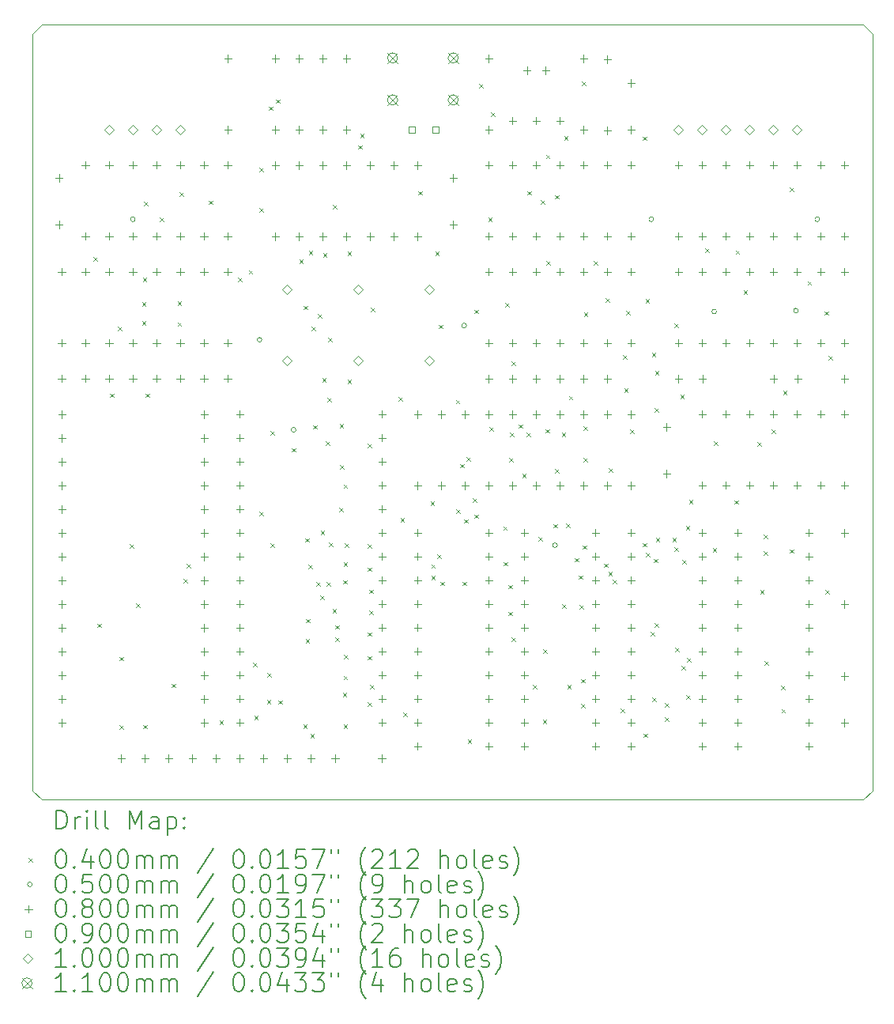
<source format=gbr>
%TF.GenerationSoftware,KiCad,Pcbnew,8.0.1*%
%TF.CreationDate,2024-04-15T00:46:59+08:00*%
%TF.ProjectId,my4th-light,6d793474-682d-46c6-9967-68742e6b6963,rev?*%
%TF.SameCoordinates,Original*%
%TF.FileFunction,Drillmap*%
%TF.FilePolarity,Positive*%
%FSLAX45Y45*%
G04 Gerber Fmt 4.5, Leading zero omitted, Abs format (unit mm)*
G04 Created by KiCad (PCBNEW 8.0.1) date 2024-04-15 00:46:59*
%MOMM*%
%LPD*%
G01*
G04 APERTURE LIST*
%ADD10C,0.050000*%
%ADD11C,0.200000*%
%ADD12C,0.100000*%
%ADD13C,0.110000*%
G04 APERTURE END LIST*
D10*
X21600000Y-4400000D02*
X12800000Y-4400000D01*
X21600000Y-12700000D02*
X12800000Y-12700000D01*
X21700000Y-12600000D02*
X21700000Y-4500000D01*
X12700000Y-4500000D02*
X12700000Y-12600000D01*
X12800000Y-4400000D02*
X12700000Y-4500000D01*
X21600000Y-12700000D02*
X21700000Y-12600000D01*
X21600000Y-4400000D02*
X21700000Y-4500000D01*
X12700000Y-12600000D02*
X12800000Y-12700000D01*
D11*
D12*
X13353100Y-6890340D02*
X13393100Y-6930340D01*
X13393100Y-6890340D02*
X13353100Y-6930340D01*
X13396820Y-10813100D02*
X13436820Y-10853100D01*
X13436820Y-10813100D02*
X13396820Y-10853100D01*
X13530900Y-8349300D02*
X13570900Y-8389300D01*
X13570900Y-8349300D02*
X13530900Y-8389300D01*
X13617800Y-7637100D02*
X13657800Y-7677100D01*
X13657800Y-7637100D02*
X13617800Y-7677100D01*
X13632500Y-11168700D02*
X13672500Y-11208700D01*
X13672500Y-11168700D02*
X13632500Y-11208700D01*
X13632500Y-11900220D02*
X13672500Y-11940220D01*
X13672500Y-11900220D02*
X13632500Y-11940220D01*
X13742410Y-9962200D02*
X13782410Y-10002200D01*
X13782410Y-9962200D02*
X13742410Y-10002200D01*
X13810300Y-10597200D02*
X13850300Y-10637200D01*
X13850300Y-10597200D02*
X13810300Y-10637200D01*
X13874945Y-7369550D02*
X13914945Y-7409550D01*
X13914945Y-7369550D02*
X13874945Y-7409550D01*
X13874945Y-7574600D02*
X13914945Y-7614600D01*
X13914945Y-7574600D02*
X13874945Y-7614600D01*
X13883960Y-7112320D02*
X13923960Y-7152320D01*
X13923960Y-7112320D02*
X13883960Y-7152320D01*
X13886500Y-11897680D02*
X13926500Y-11937680D01*
X13926500Y-11897680D02*
X13886500Y-11937680D01*
X13896660Y-6299520D02*
X13936660Y-6339520D01*
X13936660Y-6299520D02*
X13896660Y-6339520D01*
X13911900Y-8349300D02*
X13951900Y-8389300D01*
X13951900Y-8349300D02*
X13911900Y-8389300D01*
X14066840Y-6464620D02*
X14106840Y-6504620D01*
X14106840Y-6464620D02*
X14066840Y-6504620D01*
X14191300Y-11456980D02*
X14231300Y-11496980D01*
X14231300Y-11456980D02*
X14191300Y-11496980D01*
X14254800Y-7366320D02*
X14294800Y-7406320D01*
X14294800Y-7366320D02*
X14254800Y-7406320D01*
X14254800Y-7588840D02*
X14294800Y-7628840D01*
X14294800Y-7588840D02*
X14254800Y-7628840D01*
X14275120Y-6192840D02*
X14315120Y-6232840D01*
X14315120Y-6192840D02*
X14275120Y-6232840D01*
X14318300Y-10333040D02*
X14358300Y-10373040D01*
X14358300Y-10333040D02*
X14318300Y-10373040D01*
X14351320Y-10173020D02*
X14391320Y-10213020D01*
X14391320Y-10173020D02*
X14351320Y-10213020D01*
X14587540Y-6284280D02*
X14627540Y-6324280D01*
X14627540Y-6284280D02*
X14587540Y-6324280D01*
X14704380Y-11851960D02*
X14744380Y-11891960D01*
X14744380Y-11851960D02*
X14704380Y-11891960D01*
X14902500Y-7107240D02*
X14942500Y-7147240D01*
X14942500Y-7107240D02*
X14902500Y-7147240D01*
X15016800Y-7028500D02*
X15056800Y-7068500D01*
X15056800Y-7028500D02*
X15016800Y-7068500D01*
X15062520Y-11235020D02*
X15102520Y-11275020D01*
X15102520Y-11235020D02*
X15062520Y-11275020D01*
X15077760Y-11801160D02*
X15117760Y-11841160D01*
X15117760Y-11801160D02*
X15077760Y-11841160D01*
X15131100Y-5931220D02*
X15171100Y-5971220D01*
X15171100Y-5931220D02*
X15131100Y-5971220D01*
X15131100Y-6363020D02*
X15171100Y-6403020D01*
X15171100Y-6363020D02*
X15131100Y-6403020D01*
X15131100Y-9614220D02*
X15171100Y-9654220D01*
X15171100Y-9614220D02*
X15131100Y-9654220D01*
X15212380Y-11628440D02*
X15252380Y-11668440D01*
X15252380Y-11628440D02*
X15212380Y-11668440D01*
X15217460Y-11342960D02*
X15257460Y-11382960D01*
X15257460Y-11342960D02*
X15217460Y-11382960D01*
X15232700Y-5275900D02*
X15272700Y-5315900D01*
X15272700Y-5275900D02*
X15232700Y-5315900D01*
X15250480Y-9954580D02*
X15290480Y-9994580D01*
X15290480Y-9954580D02*
X15250480Y-9994580D01*
X15253020Y-8750620D02*
X15293020Y-8790620D01*
X15293020Y-8750620D02*
X15253020Y-8790620D01*
X15308900Y-5199700D02*
X15348900Y-5239700D01*
X15348900Y-5199700D02*
X15308900Y-5239700D01*
X15334300Y-11636060D02*
X15374300Y-11676060D01*
X15374300Y-11636060D02*
X15334300Y-11676060D01*
X15479080Y-8933500D02*
X15519080Y-8973500D01*
X15519080Y-8933500D02*
X15479080Y-8973500D01*
X15560834Y-6913726D02*
X15600834Y-6953726D01*
X15600834Y-6913726D02*
X15560834Y-6953726D01*
X15601000Y-11892600D02*
X15641000Y-11932600D01*
X15641000Y-11892600D02*
X15601000Y-11932600D01*
X15608620Y-7409500D02*
X15648620Y-7449500D01*
X15648620Y-7409500D02*
X15608620Y-7449500D01*
X15623860Y-9898700D02*
X15663860Y-9938700D01*
X15663860Y-9898700D02*
X15623860Y-9938700D01*
X15626400Y-10981020D02*
X15666400Y-11021020D01*
X15666400Y-10981020D02*
X15626400Y-11021020D01*
X15628940Y-10762300D02*
X15668940Y-10802300D01*
X15668940Y-10762300D02*
X15628940Y-10802300D01*
X15659420Y-10184720D02*
X15699420Y-10224720D01*
X15699420Y-10184720D02*
X15659420Y-10224720D01*
X15661960Y-6822760D02*
X15701960Y-6862760D01*
X15701960Y-6822760D02*
X15661960Y-6862760D01*
X15677200Y-11994200D02*
X15717200Y-12034200D01*
X15717200Y-11994200D02*
X15677200Y-12034200D01*
X15689900Y-7633710D02*
X15729900Y-7673710D01*
X15729900Y-7633710D02*
X15689900Y-7673710D01*
X15710220Y-8689660D02*
X15750220Y-8729660D01*
X15750220Y-8689660D02*
X15710220Y-8729660D01*
X15743240Y-10370140D02*
X15783240Y-10410140D01*
X15783240Y-10370140D02*
X15743240Y-10410140D01*
X15761710Y-7498400D02*
X15801710Y-7538400D01*
X15801710Y-7498400D02*
X15761710Y-7538400D01*
X15783880Y-10515610D02*
X15823880Y-10555610D01*
X15823880Y-10515610D02*
X15783880Y-10555610D01*
X15788960Y-9821500D02*
X15828960Y-9861500D01*
X15828960Y-9821500D02*
X15788960Y-9861500D01*
X15804200Y-8184200D02*
X15844200Y-8224200D01*
X15844200Y-8184200D02*
X15804200Y-8224200D01*
X15814329Y-6848191D02*
X15854329Y-6888191D01*
X15854329Y-6848191D02*
X15814329Y-6888191D01*
X15841030Y-8863650D02*
X15881030Y-8903650D01*
X15881030Y-8863650D02*
X15841030Y-8903650D01*
X15852460Y-10370140D02*
X15892460Y-10410140D01*
X15892460Y-10370140D02*
X15852460Y-10410140D01*
X15860080Y-8397560D02*
X15900080Y-8437560D01*
X15900080Y-8397560D02*
X15860080Y-8437560D01*
X15870240Y-7754940D02*
X15910240Y-7794940D01*
X15910240Y-7754940D02*
X15870240Y-7794940D01*
X15877860Y-9944420D02*
X15917860Y-9984420D01*
X15917860Y-9944420D02*
X15877860Y-9984420D01*
X15915960Y-10659130D02*
X15955960Y-10699130D01*
X15955960Y-10659130D02*
X15915960Y-10699130D01*
X15918500Y-6332540D02*
X15958500Y-6372540D01*
X15958500Y-6332540D02*
X15918500Y-6372540D01*
X15946440Y-10830880D02*
X15986440Y-10870880D01*
X15986440Y-10830880D02*
X15946440Y-10870880D01*
X15946440Y-10962960D02*
X15986440Y-11002960D01*
X15986440Y-10962960D02*
X15946440Y-11002960D01*
X15990310Y-9576120D02*
X16030310Y-9616120D01*
X16030310Y-9576120D02*
X15990310Y-9616120D01*
X15992160Y-8674420D02*
X16032160Y-8714420D01*
X16032160Y-8674420D02*
X15992160Y-8714420D01*
X15994700Y-9113840D02*
X16034700Y-9153840D01*
X16034700Y-9113840D02*
X15994700Y-9153840D01*
X16025180Y-11553780D02*
X16065180Y-11593780D01*
X16065180Y-11553780D02*
X16025180Y-11593780D01*
X16027720Y-10347280D02*
X16067720Y-10387280D01*
X16067720Y-10347280D02*
X16027720Y-10387280D01*
X16032800Y-9323660D02*
X16072800Y-9363660D01*
X16072800Y-9323660D02*
X16032800Y-9363660D01*
X16032800Y-10156780D02*
X16072800Y-10196780D01*
X16072800Y-10156780D02*
X16032800Y-10196780D01*
X16032800Y-11373440D02*
X16072800Y-11413440D01*
X16072800Y-11373440D02*
X16032800Y-11413440D01*
X16032800Y-11892600D02*
X16072800Y-11932600D01*
X16072800Y-11892600D02*
X16032800Y-11932600D01*
X16040420Y-11145840D02*
X16080420Y-11185840D01*
X16080420Y-11145840D02*
X16040420Y-11185840D01*
X16048040Y-9953580D02*
X16088040Y-9993580D01*
X16088040Y-9953580D02*
X16048040Y-9993580D01*
X16075980Y-6830380D02*
X16115980Y-6870380D01*
X16115980Y-6830380D02*
X16075980Y-6870380D01*
X16075980Y-8204520D02*
X16115980Y-8244520D01*
X16115980Y-8204520D02*
X16075980Y-8244520D01*
X16192820Y-5692460D02*
X16232820Y-5732460D01*
X16232820Y-5692460D02*
X16192820Y-5732460D01*
X16210600Y-5570540D02*
X16250600Y-5610540D01*
X16250600Y-5570540D02*
X16210600Y-5610540D01*
X16293730Y-8887780D02*
X16333730Y-8927780D01*
X16333730Y-8887780D02*
X16293730Y-8927780D01*
X16293730Y-9961200D02*
X16333730Y-10001200D01*
X16333730Y-9961200D02*
X16293730Y-10001200D01*
X16293730Y-10212660D02*
X16333730Y-10252660D01*
X16333730Y-10212660D02*
X16293730Y-10252660D01*
X16293730Y-10906080D02*
X16333730Y-10946080D01*
X16333730Y-10906080D02*
X16293730Y-10946080D01*
X16293730Y-11160080D02*
X16333730Y-11200080D01*
X16333730Y-11160080D02*
X16293730Y-11200080D01*
X16293730Y-11657920D02*
X16333730Y-11697920D01*
X16333730Y-11657920D02*
X16293730Y-11697920D01*
X16309660Y-10448880D02*
X16349660Y-10488880D01*
X16349660Y-10448880D02*
X16309660Y-10488880D01*
X16309660Y-10672400D02*
X16349660Y-10712400D01*
X16349660Y-10672400D02*
X16309660Y-10712400D01*
X16314740Y-11467420D02*
X16354740Y-11507420D01*
X16354740Y-11467420D02*
X16314740Y-11507420D01*
X16324900Y-7432360D02*
X16364900Y-7472360D01*
X16364900Y-7432360D02*
X16324900Y-7472360D01*
X16619540Y-8387400D02*
X16659540Y-8427400D01*
X16659540Y-8387400D02*
X16619540Y-8427400D01*
X16642400Y-9684340D02*
X16682400Y-9724340D01*
X16682400Y-9684340D02*
X16642400Y-9724340D01*
X16672880Y-11764600D02*
X16712880Y-11804600D01*
X16712880Y-11764600D02*
X16672880Y-11804600D01*
X16835440Y-6181990D02*
X16875440Y-6221990D01*
X16875440Y-6181990D02*
X16835440Y-6221990D01*
X16964980Y-9507120D02*
X17004980Y-9547120D01*
X17004980Y-9507120D02*
X16964980Y-9547120D01*
X16972600Y-10179640D02*
X17012600Y-10219640D01*
X17012600Y-10179640D02*
X16972600Y-10219640D01*
X16972600Y-10301560D02*
X17012600Y-10341560D01*
X17012600Y-10301560D02*
X16972600Y-10341560D01*
X17015780Y-6832920D02*
X17055780Y-6872920D01*
X17055780Y-6832920D02*
X17015780Y-6872920D01*
X17039220Y-10075500D02*
X17079220Y-10115500D01*
X17079220Y-10075500D02*
X17039220Y-10115500D01*
X17056420Y-7612700D02*
X17096420Y-7652700D01*
X17096420Y-7612700D02*
X17056420Y-7652700D01*
X17071660Y-10366060D02*
X17111660Y-10406060D01*
X17111660Y-10366060D02*
X17071660Y-10406060D01*
X17235490Y-8419150D02*
X17275490Y-8459150D01*
X17275490Y-8419150D02*
X17235490Y-8459150D01*
X17239300Y-9590360D02*
X17279300Y-9630360D01*
X17279300Y-9590360D02*
X17239300Y-9630360D01*
X17282047Y-9104259D02*
X17322047Y-9144259D01*
X17322047Y-9104259D02*
X17282047Y-9144259D01*
X17305340Y-10365640D02*
X17345340Y-10405640D01*
X17345340Y-10365640D02*
X17305340Y-10405640D01*
X17323700Y-9697040D02*
X17363700Y-9737040D01*
X17363700Y-9697040D02*
X17323700Y-9737040D01*
X17349480Y-9033520D02*
X17389480Y-9073520D01*
X17389480Y-9033520D02*
X17349480Y-9073520D01*
X17363760Y-12056700D02*
X17403760Y-12096700D01*
X17403760Y-12056700D02*
X17363760Y-12096700D01*
X17420238Y-9470762D02*
X17460238Y-9510762D01*
X17460238Y-9470762D02*
X17420238Y-9510762D01*
X17432340Y-7452680D02*
X17472340Y-7492680D01*
X17472340Y-7452680D02*
X17432340Y-7492680D01*
X17434880Y-9644700D02*
X17474880Y-9684700D01*
X17474880Y-9644700D02*
X17434880Y-9684700D01*
X17485680Y-5034600D02*
X17525680Y-5074600D01*
X17525680Y-5034600D02*
X17485680Y-5074600D01*
X17582200Y-6464620D02*
X17622200Y-6504620D01*
X17622200Y-6464620D02*
X17582200Y-6504620D01*
X17597440Y-8709980D02*
X17637440Y-8749980D01*
X17637440Y-8709980D02*
X17597440Y-8749980D01*
X17615910Y-5339400D02*
X17655910Y-5379400D01*
X17655910Y-5339400D02*
X17615910Y-5379400D01*
X17744760Y-9773240D02*
X17784760Y-9813240D01*
X17784760Y-9773240D02*
X17744760Y-9813240D01*
X17749840Y-10152700D02*
X17789840Y-10192700D01*
X17789840Y-10152700D02*
X17749840Y-10192700D01*
X17767620Y-7378330D02*
X17807620Y-7418330D01*
X17807620Y-7378330D02*
X17767620Y-7418330D01*
X17798100Y-10687640D02*
X17838100Y-10727640D01*
X17838100Y-10687640D02*
X17798100Y-10727640D01*
X17800640Y-10398080D02*
X17840640Y-10438080D01*
X17840640Y-10398080D02*
X17800640Y-10438080D01*
X17805720Y-9040180D02*
X17845720Y-9080180D01*
X17845720Y-9040180D02*
X17805720Y-9080180D01*
X17818420Y-8770940D02*
X17858420Y-8810940D01*
X17858420Y-8770940D02*
X17818420Y-8810940D01*
X17832970Y-10959420D02*
X17872970Y-10999420D01*
X17872970Y-10959420D02*
X17832970Y-10999420D01*
X17834930Y-8005130D02*
X17874930Y-8045130D01*
X17874930Y-8005130D02*
X17834930Y-8045130D01*
X17907320Y-8681460D02*
X17947320Y-8721460D01*
X17947320Y-8681460D02*
X17907320Y-8721460D01*
X17947960Y-9207820D02*
X17987960Y-9247820D01*
X17987960Y-9207820D02*
X17947960Y-9247820D01*
X17993680Y-8770940D02*
X18033680Y-8810940D01*
X18033680Y-8770940D02*
X17993680Y-8810940D01*
X18003840Y-6182680D02*
X18043840Y-6222680D01*
X18043840Y-6182680D02*
X18003840Y-6222680D01*
X18062260Y-11468420D02*
X18102260Y-11508420D01*
X18102260Y-11468420D02*
X18062260Y-11508420D01*
X18118140Y-9888540D02*
X18158140Y-9928540D01*
X18158140Y-9888540D02*
X18118140Y-9928540D01*
X18148620Y-6282430D02*
X18188620Y-6322430D01*
X18188620Y-6282430D02*
X18148620Y-6322430D01*
X18166400Y-11840800D02*
X18206400Y-11880800D01*
X18206400Y-11840800D02*
X18166400Y-11880800D01*
X18168940Y-11091500D02*
X18208940Y-11131500D01*
X18208940Y-11091500D02*
X18168940Y-11131500D01*
X18196880Y-8730300D02*
X18236880Y-8770300D01*
X18236880Y-8730300D02*
X18196880Y-8770300D01*
X18201960Y-5793370D02*
X18241960Y-5833370D01*
X18241960Y-5793370D02*
X18201960Y-5833370D01*
X18204500Y-6934520D02*
X18244500Y-6974520D01*
X18244500Y-6934520D02*
X18204500Y-6974520D01*
X18280180Y-9746300D02*
X18320180Y-9786300D01*
X18320180Y-9746300D02*
X18280180Y-9786300D01*
X18298480Y-6225170D02*
X18338480Y-6265170D01*
X18338480Y-6225170D02*
X18298480Y-6265170D01*
X18298480Y-9157020D02*
X18338480Y-9197020D01*
X18338480Y-9157020D02*
X18298480Y-9197020D01*
X18371570Y-8768400D02*
X18411570Y-8808400D01*
X18411570Y-8768400D02*
X18371570Y-8808400D01*
X18377910Y-10604820D02*
X18417910Y-10644820D01*
X18417910Y-10604820D02*
X18377910Y-10644820D01*
X18396070Y-5595940D02*
X18436070Y-5635940D01*
X18436070Y-5595940D02*
X18396070Y-5635940D01*
X18416010Y-9743760D02*
X18456010Y-9783760D01*
X18456010Y-9743760D02*
X18416010Y-9783760D01*
X18429518Y-11469859D02*
X18469518Y-11509859D01*
X18469518Y-11469859D02*
X18429518Y-11509859D01*
X18445800Y-8374700D02*
X18485800Y-8414700D01*
X18485800Y-8374700D02*
X18445800Y-8414700D01*
X18509300Y-10112060D02*
X18549300Y-10152060D01*
X18549300Y-10112060D02*
X18509300Y-10152060D01*
X18555020Y-10297480D02*
X18595020Y-10337480D01*
X18595020Y-10297480D02*
X18555020Y-10337480D01*
X18560100Y-10614980D02*
X18600100Y-10654980D01*
X18600100Y-10614980D02*
X18560100Y-10654980D01*
X18575340Y-11405610D02*
X18615340Y-11445610D01*
X18615340Y-11405610D02*
X18575340Y-11445610D01*
X18577880Y-11671620D02*
X18617880Y-11711620D01*
X18617880Y-11671620D02*
X18577880Y-11711620D01*
X18585500Y-5009200D02*
X18625500Y-5049200D01*
X18625500Y-5009200D02*
X18585500Y-5049200D01*
X18593120Y-9974900D02*
X18633120Y-10014900D01*
X18633120Y-9974900D02*
X18593120Y-10014900D01*
X18600740Y-8702360D02*
X18640740Y-8742360D01*
X18640740Y-8702360D02*
X18600740Y-8742360D01*
X18600740Y-9040180D02*
X18640740Y-9080180D01*
X18640740Y-9040180D02*
X18600740Y-9080180D01*
X18608360Y-7481310D02*
X18648360Y-7521310D01*
X18648360Y-7481310D02*
X18608360Y-7521310D01*
X18712500Y-6934520D02*
X18752500Y-6974520D01*
X18752500Y-6934520D02*
X18712500Y-6974520D01*
X18824950Y-10169980D02*
X18864950Y-10209980D01*
X18864950Y-10169980D02*
X18824950Y-10209980D01*
X18842040Y-7330070D02*
X18882040Y-7370070D01*
X18882040Y-7330070D02*
X18842040Y-7370070D01*
X18869400Y-10261630D02*
X18909400Y-10301630D01*
X18909400Y-10261630D02*
X18869400Y-10301630D01*
X18876330Y-9153210D02*
X18916330Y-9193210D01*
X18916330Y-9153210D02*
X18876330Y-9193210D01*
X18917670Y-10347211D02*
X18957670Y-10387211D01*
X18957670Y-10347211D02*
X18917670Y-10387211D01*
X19002060Y-11721420D02*
X19042060Y-11761420D01*
X19042060Y-11721420D02*
X19002060Y-11761420D01*
X19027460Y-7940360D02*
X19067460Y-7980360D01*
X19067460Y-7940360D02*
X19027460Y-7980360D01*
X19040160Y-8293420D02*
X19080160Y-8333420D01*
X19080160Y-8293420D02*
X19040160Y-8333420D01*
X19060480Y-7467920D02*
X19100480Y-7507920D01*
X19100480Y-7467920D02*
X19060480Y-7507920D01*
X19101120Y-8732530D02*
X19141120Y-8772530D01*
X19141120Y-8732530D02*
X19101120Y-8772530D01*
X19238280Y-5598480D02*
X19278280Y-5638480D01*
X19278280Y-5598480D02*
X19238280Y-5638480D01*
X19240820Y-9949500D02*
X19280820Y-9989500D01*
X19280820Y-9949500D02*
X19240820Y-9989500D01*
X19248440Y-11990660D02*
X19288440Y-12030660D01*
X19288440Y-11990660D02*
X19248440Y-12030660D01*
X19268760Y-7338380D02*
X19308760Y-7378380D01*
X19308760Y-7338380D02*
X19268760Y-7378380D01*
X19273840Y-10058720D02*
X19313840Y-10098720D01*
X19313840Y-10058720D02*
X19273840Y-10098720D01*
X19321410Y-10904230D02*
X19361410Y-10944230D01*
X19361410Y-10904230D02*
X19321410Y-10944230D01*
X19334800Y-7914960D02*
X19374800Y-7954960D01*
X19374800Y-7914960D02*
X19334800Y-7954960D01*
X19340607Y-11605884D02*
X19380607Y-11645884D01*
X19380607Y-11605884D02*
X19340607Y-11645884D01*
X19354350Y-10120450D02*
X19394350Y-10160450D01*
X19394350Y-10120450D02*
X19354350Y-10160450D01*
X19362790Y-10808020D02*
X19402790Y-10848020D01*
X19402790Y-10808020D02*
X19362790Y-10848020D01*
X19367820Y-8509320D02*
X19407820Y-8549320D01*
X19407820Y-8509320D02*
X19367820Y-8549320D01*
X19370360Y-8109850D02*
X19410360Y-8149850D01*
X19410360Y-8109850D02*
X19370360Y-8149850D01*
X19377290Y-9893620D02*
X19417290Y-9933620D01*
X19417290Y-9893620D02*
X19377290Y-9933620D01*
X19476350Y-11667390D02*
X19516350Y-11707390D01*
X19516350Y-11667390D02*
X19476350Y-11707390D01*
X19477040Y-11817940D02*
X19517040Y-11857940D01*
X19517040Y-11817940D02*
X19477040Y-11857940D01*
X19556470Y-9892620D02*
X19596470Y-9932620D01*
X19596470Y-9892620D02*
X19556470Y-9932620D01*
X19578640Y-7602540D02*
X19618640Y-7642540D01*
X19618640Y-7602540D02*
X19578640Y-7642540D01*
X19578640Y-9999300D02*
X19618640Y-10039300D01*
X19618640Y-9999300D02*
X19578640Y-10039300D01*
X19585570Y-11073720D02*
X19625570Y-11113720D01*
X19625570Y-11073720D02*
X19585570Y-11113720D01*
X19639600Y-8360150D02*
X19679600Y-8400150D01*
X19679600Y-8360150D02*
X19639600Y-8400150D01*
X19654840Y-11265220D02*
X19694840Y-11305220D01*
X19694840Y-11265220D02*
X19654840Y-11305220D01*
X19660175Y-10131635D02*
X19700175Y-10171635D01*
X19700175Y-10131635D02*
X19660175Y-10171635D01*
X19698865Y-9766620D02*
X19738865Y-9806620D01*
X19738865Y-9766620D02*
X19698865Y-9806620D01*
X19705640Y-11582720D02*
X19745640Y-11622720D01*
X19745640Y-11582720D02*
X19705640Y-11622720D01*
X19713260Y-11183940D02*
X19753260Y-11223940D01*
X19753260Y-11183940D02*
X19713260Y-11223940D01*
X19734270Y-9489760D02*
X19774270Y-9529760D01*
X19774270Y-9489760D02*
X19734270Y-9529760D01*
X19906300Y-6797360D02*
X19946300Y-6837360D01*
X19946300Y-6797360D02*
X19906300Y-6837360D01*
X19987580Y-10005380D02*
X20027580Y-10045380D01*
X20027580Y-10005380D02*
X19987580Y-10045380D01*
X20000280Y-8862380D02*
X20040280Y-8902380D01*
X20040280Y-8862380D02*
X20000280Y-8902380D01*
X20221260Y-9492300D02*
X20261260Y-9532300D01*
X20261260Y-9492300D02*
X20221260Y-9532300D01*
X20233960Y-6817680D02*
X20273960Y-6857680D01*
X20273960Y-6817680D02*
X20233960Y-6857680D01*
X20317780Y-7246940D02*
X20357780Y-7286940D01*
X20357780Y-7246940D02*
X20317780Y-7286940D01*
X20465100Y-8870000D02*
X20505100Y-8910000D01*
X20505100Y-8870000D02*
X20465100Y-8910000D01*
X20495580Y-10452420D02*
X20535580Y-10492420D01*
X20535580Y-10452420D02*
X20495580Y-10492420D01*
X20533680Y-10038400D02*
X20573680Y-10078400D01*
X20573680Y-10038400D02*
X20533680Y-10078400D01*
X20536220Y-9860600D02*
X20576220Y-9900600D01*
X20576220Y-9860600D02*
X20536220Y-9900600D01*
X20543840Y-11214420D02*
X20583840Y-11254420D01*
X20583840Y-11214420D02*
X20543840Y-11254420D01*
X20617500Y-8737920D02*
X20657500Y-8777920D01*
X20657500Y-8737920D02*
X20617500Y-8777920D01*
X20719100Y-11476040D02*
X20759100Y-11516040D01*
X20759100Y-11476040D02*
X20719100Y-11516040D01*
X20724180Y-11727500D02*
X20764180Y-11767500D01*
X20764180Y-11727500D02*
X20724180Y-11767500D01*
X20741960Y-8321360D02*
X20781960Y-8361360D01*
X20781960Y-8321360D02*
X20741960Y-8361360D01*
X20810540Y-10018080D02*
X20850540Y-10058080D01*
X20850540Y-10018080D02*
X20810540Y-10058080D01*
X20815620Y-6144580D02*
X20855620Y-6184580D01*
X20855620Y-6144580D02*
X20815620Y-6184580D01*
X21003580Y-7147880D02*
X21043580Y-7187880D01*
X21043580Y-7147880D02*
X21003580Y-7187880D01*
X21184610Y-7470460D02*
X21224610Y-7510460D01*
X21224610Y-7470460D02*
X21184610Y-7510460D01*
X21191540Y-10454960D02*
X21231540Y-10494960D01*
X21231540Y-10454960D02*
X21191540Y-10494960D01*
X21227100Y-7950520D02*
X21267100Y-7990520D01*
X21267100Y-7950520D02*
X21227100Y-7990520D01*
X13801960Y-6484620D02*
G75*
G02*
X13751960Y-6484620I-25000J0D01*
G01*
X13751960Y-6484620D02*
G75*
G02*
X13801960Y-6484620I25000J0D01*
G01*
X15158320Y-7774940D02*
G75*
G02*
X15108320Y-7774940I-25000J0D01*
G01*
X15108320Y-7774940D02*
G75*
G02*
X15158320Y-7774940I25000J0D01*
G01*
X15524080Y-8739140D02*
G75*
G02*
X15474080Y-8739140I-25000J0D01*
G01*
X15474080Y-8739140D02*
G75*
G02*
X15524080Y-8739140I25000J0D01*
G01*
X17350340Y-7622540D02*
G75*
G02*
X17300340Y-7622540I-25000J0D01*
G01*
X17300340Y-7622540D02*
G75*
G02*
X17350340Y-7622540I25000J0D01*
G01*
X18323160Y-9974580D02*
G75*
G02*
X18273160Y-9974580I-25000J0D01*
G01*
X18273160Y-9974580D02*
G75*
G02*
X18323160Y-9974580I25000J0D01*
G01*
X19354400Y-6484620D02*
G75*
G02*
X19304400Y-6484620I-25000J0D01*
G01*
X19304400Y-6484620D02*
G75*
G02*
X19354400Y-6484620I25000J0D01*
G01*
X20030040Y-7472680D02*
G75*
G02*
X19980040Y-7472680I-25000J0D01*
G01*
X19980040Y-7472680D02*
G75*
G02*
X20030040Y-7472680I25000J0D01*
G01*
X20903800Y-7462520D02*
G75*
G02*
X20853800Y-7462520I-25000J0D01*
G01*
X20853800Y-7462520D02*
G75*
G02*
X20903800Y-7462520I25000J0D01*
G01*
X21132400Y-6484620D02*
G75*
G02*
X21082400Y-6484620I-25000J0D01*
G01*
X21082400Y-6484620D02*
G75*
G02*
X21132400Y-6484620I25000J0D01*
G01*
X12985750Y-6000500D02*
X12985750Y-6080500D01*
X12945750Y-6040500D02*
X13025750Y-6040500D01*
X12985750Y-6500500D02*
X12985750Y-6580500D01*
X12945750Y-6540500D02*
X13025750Y-6540500D01*
X13015500Y-7007500D02*
X13015500Y-7087500D01*
X12975500Y-7047500D02*
X13055500Y-7047500D01*
X13015500Y-7769500D02*
X13015500Y-7849500D01*
X12975500Y-7809500D02*
X13055500Y-7809500D01*
X13015500Y-8150500D02*
X13015500Y-8230500D01*
X12975500Y-8190500D02*
X13055500Y-8190500D01*
X13017500Y-8532500D02*
X13017500Y-8612500D01*
X12977500Y-8572500D02*
X13057500Y-8572500D01*
X13017500Y-8786500D02*
X13017500Y-8866500D01*
X12977500Y-8826500D02*
X13057500Y-8826500D01*
X13017500Y-9040500D02*
X13017500Y-9120500D01*
X12977500Y-9080500D02*
X13057500Y-9080500D01*
X13017500Y-9294500D02*
X13017500Y-9374500D01*
X12977500Y-9334500D02*
X13057500Y-9334500D01*
X13017500Y-9548500D02*
X13017500Y-9628500D01*
X12977500Y-9588500D02*
X13057500Y-9588500D01*
X13017500Y-9802500D02*
X13017500Y-9882500D01*
X12977500Y-9842500D02*
X13057500Y-9842500D01*
X13017500Y-10056500D02*
X13017500Y-10136500D01*
X12977500Y-10096500D02*
X13057500Y-10096500D01*
X13017500Y-10310500D02*
X13017500Y-10390500D01*
X12977500Y-10350500D02*
X13057500Y-10350500D01*
X13017500Y-10564500D02*
X13017500Y-10644500D01*
X12977500Y-10604500D02*
X13057500Y-10604500D01*
X13017500Y-10818500D02*
X13017500Y-10898500D01*
X12977500Y-10858500D02*
X13057500Y-10858500D01*
X13017500Y-11072500D02*
X13017500Y-11152500D01*
X12977500Y-11112500D02*
X13057500Y-11112500D01*
X13017500Y-11326500D02*
X13017500Y-11406500D01*
X12977500Y-11366500D02*
X13057500Y-11366500D01*
X13017500Y-11580500D02*
X13017500Y-11660500D01*
X12977500Y-11620500D02*
X13057500Y-11620500D01*
X13017500Y-11834500D02*
X13017500Y-11914500D01*
X12977500Y-11874500D02*
X13057500Y-11874500D01*
X13269500Y-5864500D02*
X13269500Y-5944500D01*
X13229500Y-5904500D02*
X13309500Y-5904500D01*
X13269500Y-6626500D02*
X13269500Y-6706500D01*
X13229500Y-6666500D02*
X13309500Y-6666500D01*
X13269500Y-7007500D02*
X13269500Y-7087500D01*
X13229500Y-7047500D02*
X13309500Y-7047500D01*
X13269500Y-7769500D02*
X13269500Y-7849500D01*
X13229500Y-7809500D02*
X13309500Y-7809500D01*
X13269500Y-8150500D02*
X13269500Y-8230500D01*
X13229500Y-8190500D02*
X13309500Y-8190500D01*
X13523500Y-5864500D02*
X13523500Y-5944500D01*
X13483500Y-5904500D02*
X13563500Y-5904500D01*
X13523500Y-6626500D02*
X13523500Y-6706500D01*
X13483500Y-6666500D02*
X13563500Y-6666500D01*
X13523500Y-7007500D02*
X13523500Y-7087500D01*
X13483500Y-7047500D02*
X13563500Y-7047500D01*
X13523500Y-7769500D02*
X13523500Y-7849500D01*
X13483500Y-7809500D02*
X13563500Y-7809500D01*
X13523500Y-8150500D02*
X13523500Y-8230500D01*
X13483500Y-8190500D02*
X13563500Y-8190500D01*
X13652500Y-12215500D02*
X13652500Y-12295500D01*
X13612500Y-12255500D02*
X13692500Y-12255500D01*
X13777500Y-5864500D02*
X13777500Y-5944500D01*
X13737500Y-5904500D02*
X13817500Y-5904500D01*
X13777500Y-6626500D02*
X13777500Y-6706500D01*
X13737500Y-6666500D02*
X13817500Y-6666500D01*
X13777500Y-7007500D02*
X13777500Y-7087500D01*
X13737500Y-7047500D02*
X13817500Y-7047500D01*
X13777500Y-7769500D02*
X13777500Y-7849500D01*
X13737500Y-7809500D02*
X13817500Y-7809500D01*
X13777500Y-8150500D02*
X13777500Y-8230500D01*
X13737500Y-8190500D02*
X13817500Y-8190500D01*
X13906500Y-12215500D02*
X13906500Y-12295500D01*
X13866500Y-12255500D02*
X13946500Y-12255500D01*
X14031500Y-5864500D02*
X14031500Y-5944500D01*
X13991500Y-5904500D02*
X14071500Y-5904500D01*
X14031500Y-6626500D02*
X14031500Y-6706500D01*
X13991500Y-6666500D02*
X14071500Y-6666500D01*
X14031500Y-7007500D02*
X14031500Y-7087500D01*
X13991500Y-7047500D02*
X14071500Y-7047500D01*
X14031500Y-7769500D02*
X14031500Y-7849500D01*
X13991500Y-7809500D02*
X14071500Y-7809500D01*
X14031500Y-8150500D02*
X14031500Y-8230500D01*
X13991500Y-8190500D02*
X14071500Y-8190500D01*
X14160500Y-12215500D02*
X14160500Y-12295500D01*
X14120500Y-12255500D02*
X14200500Y-12255500D01*
X14285500Y-5864500D02*
X14285500Y-5944500D01*
X14245500Y-5904500D02*
X14325500Y-5904500D01*
X14285500Y-6626500D02*
X14285500Y-6706500D01*
X14245500Y-6666500D02*
X14325500Y-6666500D01*
X14285500Y-7007500D02*
X14285500Y-7087500D01*
X14245500Y-7047500D02*
X14325500Y-7047500D01*
X14285500Y-7769500D02*
X14285500Y-7849500D01*
X14245500Y-7809500D02*
X14325500Y-7809500D01*
X14285500Y-8150500D02*
X14285500Y-8230500D01*
X14245500Y-8190500D02*
X14325500Y-8190500D01*
X14414500Y-12215500D02*
X14414500Y-12295500D01*
X14374500Y-12255500D02*
X14454500Y-12255500D01*
X14539500Y-5864500D02*
X14539500Y-5944500D01*
X14499500Y-5904500D02*
X14579500Y-5904500D01*
X14539500Y-6626500D02*
X14539500Y-6706500D01*
X14499500Y-6666500D02*
X14579500Y-6666500D01*
X14539500Y-7007500D02*
X14539500Y-7087500D01*
X14499500Y-7047500D02*
X14579500Y-7047500D01*
X14539500Y-7769500D02*
X14539500Y-7849500D01*
X14499500Y-7809500D02*
X14579500Y-7809500D01*
X14539500Y-8150500D02*
X14539500Y-8230500D01*
X14499500Y-8190500D02*
X14579500Y-8190500D01*
X14541500Y-8532500D02*
X14541500Y-8612500D01*
X14501500Y-8572500D02*
X14581500Y-8572500D01*
X14541500Y-8786500D02*
X14541500Y-8866500D01*
X14501500Y-8826500D02*
X14581500Y-8826500D01*
X14541500Y-9040500D02*
X14541500Y-9120500D01*
X14501500Y-9080500D02*
X14581500Y-9080500D01*
X14541500Y-9294500D02*
X14541500Y-9374500D01*
X14501500Y-9334500D02*
X14581500Y-9334500D01*
X14541500Y-9548500D02*
X14541500Y-9628500D01*
X14501500Y-9588500D02*
X14581500Y-9588500D01*
X14541500Y-9802500D02*
X14541500Y-9882500D01*
X14501500Y-9842500D02*
X14581500Y-9842500D01*
X14541500Y-10056500D02*
X14541500Y-10136500D01*
X14501500Y-10096500D02*
X14581500Y-10096500D01*
X14541500Y-10310500D02*
X14541500Y-10390500D01*
X14501500Y-10350500D02*
X14581500Y-10350500D01*
X14541500Y-10564500D02*
X14541500Y-10644500D01*
X14501500Y-10604500D02*
X14581500Y-10604500D01*
X14541500Y-10818500D02*
X14541500Y-10898500D01*
X14501500Y-10858500D02*
X14581500Y-10858500D01*
X14541500Y-11072500D02*
X14541500Y-11152500D01*
X14501500Y-11112500D02*
X14581500Y-11112500D01*
X14541500Y-11326500D02*
X14541500Y-11406500D01*
X14501500Y-11366500D02*
X14581500Y-11366500D01*
X14541500Y-11580500D02*
X14541500Y-11660500D01*
X14501500Y-11620500D02*
X14581500Y-11620500D01*
X14541500Y-11834500D02*
X14541500Y-11914500D01*
X14501500Y-11874500D02*
X14581500Y-11874500D01*
X14668500Y-12215500D02*
X14668500Y-12295500D01*
X14628500Y-12255500D02*
X14708500Y-12255500D01*
X14793500Y-5864500D02*
X14793500Y-5944500D01*
X14753500Y-5904500D02*
X14833500Y-5904500D01*
X14793500Y-6626500D02*
X14793500Y-6706500D01*
X14753500Y-6666500D02*
X14833500Y-6666500D01*
X14793500Y-7007500D02*
X14793500Y-7087500D01*
X14753500Y-7047500D02*
X14833500Y-7047500D01*
X14793500Y-7769500D02*
X14793500Y-7849500D01*
X14753500Y-7809500D02*
X14833500Y-7809500D01*
X14793500Y-8150500D02*
X14793500Y-8230500D01*
X14753500Y-8190500D02*
X14833500Y-8190500D01*
X14795500Y-4722500D02*
X14795500Y-4802500D01*
X14755500Y-4762500D02*
X14835500Y-4762500D01*
X14795500Y-5484500D02*
X14795500Y-5564500D01*
X14755500Y-5524500D02*
X14835500Y-5524500D01*
X14922500Y-8531500D02*
X14922500Y-8611500D01*
X14882500Y-8571500D02*
X14962500Y-8571500D01*
X14922500Y-8785500D02*
X14922500Y-8865500D01*
X14882500Y-8825500D02*
X14962500Y-8825500D01*
X14922500Y-9039500D02*
X14922500Y-9119500D01*
X14882500Y-9079500D02*
X14962500Y-9079500D01*
X14922500Y-9293500D02*
X14922500Y-9373500D01*
X14882500Y-9333500D02*
X14962500Y-9333500D01*
X14922500Y-9547500D02*
X14922500Y-9627500D01*
X14882500Y-9587500D02*
X14962500Y-9587500D01*
X14922500Y-9801500D02*
X14922500Y-9881500D01*
X14882500Y-9841500D02*
X14962500Y-9841500D01*
X14922500Y-10055500D02*
X14922500Y-10135500D01*
X14882500Y-10095500D02*
X14962500Y-10095500D01*
X14922500Y-10309500D02*
X14922500Y-10389500D01*
X14882500Y-10349500D02*
X14962500Y-10349500D01*
X14922500Y-10563500D02*
X14922500Y-10643500D01*
X14882500Y-10603500D02*
X14962500Y-10603500D01*
X14922500Y-10817500D02*
X14922500Y-10897500D01*
X14882500Y-10857500D02*
X14962500Y-10857500D01*
X14922500Y-11071500D02*
X14922500Y-11151500D01*
X14882500Y-11111500D02*
X14962500Y-11111500D01*
X14922500Y-11325500D02*
X14922500Y-11405500D01*
X14882500Y-11365500D02*
X14962500Y-11365500D01*
X14922500Y-11579500D02*
X14922500Y-11659500D01*
X14882500Y-11619500D02*
X14962500Y-11619500D01*
X14922500Y-11833500D02*
X14922500Y-11913500D01*
X14882500Y-11873500D02*
X14962500Y-11873500D01*
X14922500Y-12215500D02*
X14922500Y-12295500D01*
X14882500Y-12255500D02*
X14962500Y-12255500D01*
X15176500Y-12215500D02*
X15176500Y-12295500D01*
X15136500Y-12255500D02*
X15216500Y-12255500D01*
X15303500Y-4722500D02*
X15303500Y-4802500D01*
X15263500Y-4762500D02*
X15343500Y-4762500D01*
X15303500Y-5484500D02*
X15303500Y-5564500D01*
X15263500Y-5524500D02*
X15343500Y-5524500D01*
X15303500Y-5865500D02*
X15303500Y-5945500D01*
X15263500Y-5905500D02*
X15343500Y-5905500D01*
X15303500Y-6627500D02*
X15303500Y-6707500D01*
X15263500Y-6667500D02*
X15343500Y-6667500D01*
X15430500Y-12215500D02*
X15430500Y-12295500D01*
X15390500Y-12255500D02*
X15470500Y-12255500D01*
X15557500Y-4722500D02*
X15557500Y-4802500D01*
X15517500Y-4762500D02*
X15597500Y-4762500D01*
X15557500Y-5484500D02*
X15557500Y-5564500D01*
X15517500Y-5524500D02*
X15597500Y-5524500D01*
X15557500Y-5865500D02*
X15557500Y-5945500D01*
X15517500Y-5905500D02*
X15597500Y-5905500D01*
X15557500Y-6627500D02*
X15557500Y-6707500D01*
X15517500Y-6667500D02*
X15597500Y-6667500D01*
X15684500Y-12215500D02*
X15684500Y-12295500D01*
X15644500Y-12255500D02*
X15724500Y-12255500D01*
X15811500Y-4722500D02*
X15811500Y-4802500D01*
X15771500Y-4762500D02*
X15851500Y-4762500D01*
X15811500Y-5484500D02*
X15811500Y-5564500D01*
X15771500Y-5524500D02*
X15851500Y-5524500D01*
X15811500Y-5865500D02*
X15811500Y-5945500D01*
X15771500Y-5905500D02*
X15851500Y-5905500D01*
X15811500Y-6627500D02*
X15811500Y-6707500D01*
X15771500Y-6667500D02*
X15851500Y-6667500D01*
X15942500Y-12215500D02*
X15942500Y-12295500D01*
X15902500Y-12255500D02*
X15982500Y-12255500D01*
X16065500Y-4722500D02*
X16065500Y-4802500D01*
X16025500Y-4762500D02*
X16105500Y-4762500D01*
X16065500Y-5484500D02*
X16065500Y-5564500D01*
X16025500Y-5524500D02*
X16105500Y-5524500D01*
X16065500Y-5865500D02*
X16065500Y-5945500D01*
X16025500Y-5905500D02*
X16105500Y-5905500D01*
X16065500Y-6627500D02*
X16065500Y-6707500D01*
X16025500Y-6667500D02*
X16105500Y-6667500D01*
X16319500Y-5865500D02*
X16319500Y-5945500D01*
X16279500Y-5905500D02*
X16359500Y-5905500D01*
X16319500Y-6627500D02*
X16319500Y-6707500D01*
X16279500Y-6667500D02*
X16359500Y-6667500D01*
X16442500Y-12215500D02*
X16442500Y-12295500D01*
X16402500Y-12255500D02*
X16482500Y-12255500D01*
X16446500Y-8531500D02*
X16446500Y-8611500D01*
X16406500Y-8571500D02*
X16486500Y-8571500D01*
X16446500Y-8785500D02*
X16446500Y-8865500D01*
X16406500Y-8825500D02*
X16486500Y-8825500D01*
X16446500Y-9039500D02*
X16446500Y-9119500D01*
X16406500Y-9079500D02*
X16486500Y-9079500D01*
X16446500Y-9293500D02*
X16446500Y-9373500D01*
X16406500Y-9333500D02*
X16486500Y-9333500D01*
X16446500Y-9547500D02*
X16446500Y-9627500D01*
X16406500Y-9587500D02*
X16486500Y-9587500D01*
X16446500Y-9801500D02*
X16446500Y-9881500D01*
X16406500Y-9841500D02*
X16486500Y-9841500D01*
X16446500Y-10055500D02*
X16446500Y-10135500D01*
X16406500Y-10095500D02*
X16486500Y-10095500D01*
X16446500Y-10309500D02*
X16446500Y-10389500D01*
X16406500Y-10349500D02*
X16486500Y-10349500D01*
X16446500Y-10563500D02*
X16446500Y-10643500D01*
X16406500Y-10603500D02*
X16486500Y-10603500D01*
X16446500Y-10817500D02*
X16446500Y-10897500D01*
X16406500Y-10857500D02*
X16486500Y-10857500D01*
X16446500Y-11071500D02*
X16446500Y-11151500D01*
X16406500Y-11111500D02*
X16486500Y-11111500D01*
X16446500Y-11325500D02*
X16446500Y-11405500D01*
X16406500Y-11365500D02*
X16486500Y-11365500D01*
X16446500Y-11579500D02*
X16446500Y-11659500D01*
X16406500Y-11619500D02*
X16486500Y-11619500D01*
X16446500Y-11833500D02*
X16446500Y-11913500D01*
X16406500Y-11873500D02*
X16486500Y-11873500D01*
X16573500Y-5865500D02*
X16573500Y-5945500D01*
X16533500Y-5905500D02*
X16613500Y-5905500D01*
X16573500Y-6627500D02*
X16573500Y-6707500D01*
X16533500Y-6667500D02*
X16613500Y-6667500D01*
X16827500Y-5865500D02*
X16827500Y-5945500D01*
X16787500Y-5905500D02*
X16867500Y-5905500D01*
X16827500Y-6627500D02*
X16827500Y-6707500D01*
X16787500Y-6667500D02*
X16867500Y-6667500D01*
X16827500Y-8532500D02*
X16827500Y-8612500D01*
X16787500Y-8572500D02*
X16867500Y-8572500D01*
X16827500Y-9294500D02*
X16827500Y-9374500D01*
X16787500Y-9334500D02*
X16867500Y-9334500D01*
X16827500Y-9801500D02*
X16827500Y-9881500D01*
X16787500Y-9841500D02*
X16867500Y-9841500D01*
X16827500Y-10055500D02*
X16827500Y-10135500D01*
X16787500Y-10095500D02*
X16867500Y-10095500D01*
X16827500Y-10309500D02*
X16827500Y-10389500D01*
X16787500Y-10349500D02*
X16867500Y-10349500D01*
X16827500Y-10563500D02*
X16827500Y-10643500D01*
X16787500Y-10603500D02*
X16867500Y-10603500D01*
X16827500Y-10817500D02*
X16827500Y-10897500D01*
X16787500Y-10857500D02*
X16867500Y-10857500D01*
X16827500Y-11071500D02*
X16827500Y-11151500D01*
X16787500Y-11111500D02*
X16867500Y-11111500D01*
X16827500Y-11325500D02*
X16827500Y-11405500D01*
X16787500Y-11365500D02*
X16867500Y-11365500D01*
X16827500Y-11579500D02*
X16827500Y-11659500D01*
X16787500Y-11619500D02*
X16867500Y-11619500D01*
X16827500Y-11833500D02*
X16827500Y-11913500D01*
X16787500Y-11873500D02*
X16867500Y-11873500D01*
X16827500Y-12087500D02*
X16827500Y-12167500D01*
X16787500Y-12127500D02*
X16867500Y-12127500D01*
X17081500Y-8532500D02*
X17081500Y-8612500D01*
X17041500Y-8572500D02*
X17121500Y-8572500D01*
X17081500Y-9294500D02*
X17081500Y-9374500D01*
X17041500Y-9334500D02*
X17121500Y-9334500D01*
X17208500Y-6000500D02*
X17208500Y-6080500D01*
X17168500Y-6040500D02*
X17248500Y-6040500D01*
X17208500Y-6500500D02*
X17208500Y-6580500D01*
X17168500Y-6540500D02*
X17248500Y-6540500D01*
X17335500Y-8532500D02*
X17335500Y-8612500D01*
X17295500Y-8572500D02*
X17375500Y-8572500D01*
X17335500Y-9294500D02*
X17335500Y-9374500D01*
X17295500Y-9334500D02*
X17375500Y-9334500D01*
X17589500Y-4722500D02*
X17589500Y-4802500D01*
X17549500Y-4762500D02*
X17629500Y-4762500D01*
X17589500Y-5484500D02*
X17589500Y-5564500D01*
X17549500Y-5524500D02*
X17629500Y-5524500D01*
X17589500Y-5862500D02*
X17589500Y-5942500D01*
X17549500Y-5902500D02*
X17629500Y-5902500D01*
X17589500Y-6624500D02*
X17589500Y-6704500D01*
X17549500Y-6664500D02*
X17629500Y-6664500D01*
X17589500Y-7006500D02*
X17589500Y-7086500D01*
X17549500Y-7046500D02*
X17629500Y-7046500D01*
X17589500Y-7768500D02*
X17589500Y-7848500D01*
X17549500Y-7808500D02*
X17629500Y-7808500D01*
X17589500Y-8151500D02*
X17589500Y-8231500D01*
X17549500Y-8191500D02*
X17629500Y-8191500D01*
X17589500Y-8532500D02*
X17589500Y-8612500D01*
X17549500Y-8572500D02*
X17629500Y-8572500D01*
X17589500Y-9294500D02*
X17589500Y-9374500D01*
X17549500Y-9334500D02*
X17629500Y-9334500D01*
X17589500Y-9801500D02*
X17589500Y-9881500D01*
X17549500Y-9841500D02*
X17629500Y-9841500D01*
X17589500Y-10055500D02*
X17589500Y-10135500D01*
X17549500Y-10095500D02*
X17629500Y-10095500D01*
X17589500Y-10309500D02*
X17589500Y-10389500D01*
X17549500Y-10349500D02*
X17629500Y-10349500D01*
X17589500Y-10563500D02*
X17589500Y-10643500D01*
X17549500Y-10603500D02*
X17629500Y-10603500D01*
X17589500Y-10817500D02*
X17589500Y-10897500D01*
X17549500Y-10857500D02*
X17629500Y-10857500D01*
X17589500Y-11071500D02*
X17589500Y-11151500D01*
X17549500Y-11111500D02*
X17629500Y-11111500D01*
X17589500Y-11325500D02*
X17589500Y-11405500D01*
X17549500Y-11365500D02*
X17629500Y-11365500D01*
X17589500Y-11579500D02*
X17589500Y-11659500D01*
X17549500Y-11619500D02*
X17629500Y-11619500D01*
X17589500Y-11833500D02*
X17589500Y-11913500D01*
X17549500Y-11873500D02*
X17629500Y-11873500D01*
X17589500Y-12087500D02*
X17589500Y-12167500D01*
X17549500Y-12127500D02*
X17629500Y-12127500D01*
X17843500Y-5388750D02*
X17843500Y-5468750D01*
X17803500Y-5428750D02*
X17883500Y-5428750D01*
X17843500Y-5862500D02*
X17843500Y-5942500D01*
X17803500Y-5902500D02*
X17883500Y-5902500D01*
X17843500Y-6624500D02*
X17843500Y-6704500D01*
X17803500Y-6664500D02*
X17883500Y-6664500D01*
X17843500Y-7006500D02*
X17843500Y-7086500D01*
X17803500Y-7046500D02*
X17883500Y-7046500D01*
X17843500Y-7768500D02*
X17843500Y-7848500D01*
X17803500Y-7808500D02*
X17883500Y-7808500D01*
X17843500Y-8151500D02*
X17843500Y-8231500D01*
X17803500Y-8191500D02*
X17883500Y-8191500D01*
X17843500Y-8532500D02*
X17843500Y-8612500D01*
X17803500Y-8572500D02*
X17883500Y-8572500D01*
X17843500Y-9294500D02*
X17843500Y-9374500D01*
X17803500Y-9334500D02*
X17883500Y-9334500D01*
X17970500Y-9801500D02*
X17970500Y-9881500D01*
X17930500Y-9841500D02*
X18010500Y-9841500D01*
X17970500Y-10055500D02*
X17970500Y-10135500D01*
X17930500Y-10095500D02*
X18010500Y-10095500D01*
X17970500Y-10309500D02*
X17970500Y-10389500D01*
X17930500Y-10349500D02*
X18010500Y-10349500D01*
X17970500Y-10563500D02*
X17970500Y-10643500D01*
X17930500Y-10603500D02*
X18010500Y-10603500D01*
X17970500Y-10817500D02*
X17970500Y-10897500D01*
X17930500Y-10857500D02*
X18010500Y-10857500D01*
X17970500Y-11071500D02*
X17970500Y-11151500D01*
X17930500Y-11111500D02*
X18010500Y-11111500D01*
X17970500Y-11325500D02*
X17970500Y-11405500D01*
X17930500Y-11365500D02*
X18010500Y-11365500D01*
X17970500Y-11579500D02*
X17970500Y-11659500D01*
X17930500Y-11619500D02*
X18010500Y-11619500D01*
X17970500Y-11833500D02*
X17970500Y-11913500D01*
X17930500Y-11873500D02*
X18010500Y-11873500D01*
X17970500Y-12087500D02*
X17970500Y-12167500D01*
X17930500Y-12127500D02*
X18010500Y-12127500D01*
X17999100Y-4849500D02*
X17999100Y-4929500D01*
X17959100Y-4889500D02*
X18039100Y-4889500D01*
X18097500Y-5388750D02*
X18097500Y-5468750D01*
X18057500Y-5428750D02*
X18137500Y-5428750D01*
X18097500Y-5862500D02*
X18097500Y-5942500D01*
X18057500Y-5902500D02*
X18137500Y-5902500D01*
X18097500Y-6624500D02*
X18097500Y-6704500D01*
X18057500Y-6664500D02*
X18137500Y-6664500D01*
X18097500Y-7006500D02*
X18097500Y-7086500D01*
X18057500Y-7046500D02*
X18137500Y-7046500D01*
X18097500Y-7768500D02*
X18097500Y-7848500D01*
X18057500Y-7808500D02*
X18137500Y-7808500D01*
X18097500Y-8151500D02*
X18097500Y-8231500D01*
X18057500Y-8191500D02*
X18137500Y-8191500D01*
X18097500Y-8532500D02*
X18097500Y-8612500D01*
X18057500Y-8572500D02*
X18137500Y-8572500D01*
X18097500Y-9294500D02*
X18097500Y-9374500D01*
X18057500Y-9334500D02*
X18137500Y-9334500D01*
X18199100Y-4849500D02*
X18199100Y-4929500D01*
X18159100Y-4889500D02*
X18239100Y-4889500D01*
X18351500Y-5388750D02*
X18351500Y-5468750D01*
X18311500Y-5428750D02*
X18391500Y-5428750D01*
X18351500Y-5862500D02*
X18351500Y-5942500D01*
X18311500Y-5902500D02*
X18391500Y-5902500D01*
X18351500Y-6624500D02*
X18351500Y-6704500D01*
X18311500Y-6664500D02*
X18391500Y-6664500D01*
X18351500Y-7006500D02*
X18351500Y-7086500D01*
X18311500Y-7046500D02*
X18391500Y-7046500D01*
X18351500Y-7768500D02*
X18351500Y-7848500D01*
X18311500Y-7808500D02*
X18391500Y-7808500D01*
X18351500Y-8151500D02*
X18351500Y-8231500D01*
X18311500Y-8191500D02*
X18391500Y-8191500D01*
X18351500Y-8532500D02*
X18351500Y-8612500D01*
X18311500Y-8572500D02*
X18391500Y-8572500D01*
X18351500Y-9294500D02*
X18351500Y-9374500D01*
X18311500Y-9334500D02*
X18391500Y-9334500D01*
X18605500Y-4722500D02*
X18605500Y-4802500D01*
X18565500Y-4762500D02*
X18645500Y-4762500D01*
X18605500Y-5484500D02*
X18605500Y-5564500D01*
X18565500Y-5524500D02*
X18645500Y-5524500D01*
X18605500Y-5862500D02*
X18605500Y-5942500D01*
X18565500Y-5902500D02*
X18645500Y-5902500D01*
X18605500Y-6624500D02*
X18605500Y-6704500D01*
X18565500Y-6664500D02*
X18645500Y-6664500D01*
X18605500Y-7006500D02*
X18605500Y-7086500D01*
X18565500Y-7046500D02*
X18645500Y-7046500D01*
X18605500Y-7768500D02*
X18605500Y-7848500D01*
X18565500Y-7808500D02*
X18645500Y-7808500D01*
X18605500Y-8151500D02*
X18605500Y-8231500D01*
X18565500Y-8191500D02*
X18645500Y-8191500D01*
X18605500Y-8532500D02*
X18605500Y-8612500D01*
X18565500Y-8572500D02*
X18645500Y-8572500D01*
X18605500Y-9294500D02*
X18605500Y-9374500D01*
X18565500Y-9334500D02*
X18645500Y-9334500D01*
X18732500Y-9801500D02*
X18732500Y-9881500D01*
X18692500Y-9841500D02*
X18772500Y-9841500D01*
X18732500Y-10055500D02*
X18732500Y-10135500D01*
X18692500Y-10095500D02*
X18772500Y-10095500D01*
X18732500Y-10309500D02*
X18732500Y-10389500D01*
X18692500Y-10349500D02*
X18772500Y-10349500D01*
X18732500Y-10563500D02*
X18732500Y-10643500D01*
X18692500Y-10603500D02*
X18772500Y-10603500D01*
X18732500Y-10817500D02*
X18732500Y-10897500D01*
X18692500Y-10857500D02*
X18772500Y-10857500D01*
X18732500Y-11071500D02*
X18732500Y-11151500D01*
X18692500Y-11111500D02*
X18772500Y-11111500D01*
X18732500Y-11325500D02*
X18732500Y-11405500D01*
X18692500Y-11365500D02*
X18772500Y-11365500D01*
X18732500Y-11579500D02*
X18732500Y-11659500D01*
X18692500Y-11619500D02*
X18772500Y-11619500D01*
X18732500Y-11833500D02*
X18732500Y-11913500D01*
X18692500Y-11873500D02*
X18772500Y-11873500D01*
X18732500Y-12087500D02*
X18732500Y-12167500D01*
X18692500Y-12127500D02*
X18772500Y-12127500D01*
X18859500Y-4730500D02*
X18859500Y-4810500D01*
X18819500Y-4770500D02*
X18899500Y-4770500D01*
X18859500Y-5492500D02*
X18859500Y-5572500D01*
X18819500Y-5532500D02*
X18899500Y-5532500D01*
X18859500Y-5862500D02*
X18859500Y-5942500D01*
X18819500Y-5902500D02*
X18899500Y-5902500D01*
X18859500Y-6624500D02*
X18859500Y-6704500D01*
X18819500Y-6664500D02*
X18899500Y-6664500D01*
X18859500Y-7006500D02*
X18859500Y-7086500D01*
X18819500Y-7046500D02*
X18899500Y-7046500D01*
X18859500Y-7768500D02*
X18859500Y-7848500D01*
X18819500Y-7808500D02*
X18899500Y-7808500D01*
X18859500Y-8151500D02*
X18859500Y-8231500D01*
X18819500Y-8191500D02*
X18899500Y-8191500D01*
X18859500Y-8532500D02*
X18859500Y-8612500D01*
X18819500Y-8572500D02*
X18899500Y-8572500D01*
X18859500Y-9294500D02*
X18859500Y-9374500D01*
X18819500Y-9334500D02*
X18899500Y-9334500D01*
X19113500Y-4984500D02*
X19113500Y-5064500D01*
X19073500Y-5024500D02*
X19153500Y-5024500D01*
X19113500Y-5484500D02*
X19113500Y-5564500D01*
X19073500Y-5524500D02*
X19153500Y-5524500D01*
X19113500Y-5862500D02*
X19113500Y-5942500D01*
X19073500Y-5902500D02*
X19153500Y-5902500D01*
X19113500Y-6624500D02*
X19113500Y-6704500D01*
X19073500Y-6664500D02*
X19153500Y-6664500D01*
X19113500Y-7006500D02*
X19113500Y-7086500D01*
X19073500Y-7046500D02*
X19153500Y-7046500D01*
X19113500Y-7768500D02*
X19113500Y-7848500D01*
X19073500Y-7808500D02*
X19153500Y-7808500D01*
X19113500Y-8532500D02*
X19113500Y-8612500D01*
X19073500Y-8572500D02*
X19153500Y-8572500D01*
X19113500Y-9294500D02*
X19113500Y-9374500D01*
X19073500Y-9334500D02*
X19153500Y-9334500D01*
X19113500Y-9801500D02*
X19113500Y-9881500D01*
X19073500Y-9841500D02*
X19153500Y-9841500D01*
X19113500Y-10055500D02*
X19113500Y-10135500D01*
X19073500Y-10095500D02*
X19153500Y-10095500D01*
X19113500Y-10309500D02*
X19113500Y-10389500D01*
X19073500Y-10349500D02*
X19153500Y-10349500D01*
X19113500Y-10563500D02*
X19113500Y-10643500D01*
X19073500Y-10603500D02*
X19153500Y-10603500D01*
X19113500Y-10817500D02*
X19113500Y-10897500D01*
X19073500Y-10857500D02*
X19153500Y-10857500D01*
X19113500Y-11071500D02*
X19113500Y-11151500D01*
X19073500Y-11111500D02*
X19153500Y-11111500D01*
X19113500Y-11325500D02*
X19113500Y-11405500D01*
X19073500Y-11365500D02*
X19153500Y-11365500D01*
X19113500Y-11579500D02*
X19113500Y-11659500D01*
X19073500Y-11619500D02*
X19153500Y-11619500D01*
X19113500Y-11833500D02*
X19113500Y-11913500D01*
X19073500Y-11873500D02*
X19153500Y-11873500D01*
X19113500Y-12087500D02*
X19113500Y-12167500D01*
X19073500Y-12127500D02*
X19153500Y-12127500D01*
X19494500Y-8667500D02*
X19494500Y-8747500D01*
X19454500Y-8707500D02*
X19534500Y-8707500D01*
X19494500Y-9167500D02*
X19494500Y-9247500D01*
X19454500Y-9207500D02*
X19534500Y-9207500D01*
X19621500Y-5863500D02*
X19621500Y-5943500D01*
X19581500Y-5903500D02*
X19661500Y-5903500D01*
X19621500Y-6625500D02*
X19621500Y-6705500D01*
X19581500Y-6665500D02*
X19661500Y-6665500D01*
X19621500Y-7006500D02*
X19621500Y-7086500D01*
X19581500Y-7046500D02*
X19661500Y-7046500D01*
X19621500Y-7768500D02*
X19621500Y-7848500D01*
X19581500Y-7808500D02*
X19661500Y-7808500D01*
X19621500Y-8151500D02*
X19621500Y-8231500D01*
X19581500Y-8191500D02*
X19661500Y-8191500D01*
X19875500Y-5863500D02*
X19875500Y-5943500D01*
X19835500Y-5903500D02*
X19915500Y-5903500D01*
X19875500Y-6625500D02*
X19875500Y-6705500D01*
X19835500Y-6665500D02*
X19915500Y-6665500D01*
X19875500Y-7006500D02*
X19875500Y-7086500D01*
X19835500Y-7046500D02*
X19915500Y-7046500D01*
X19875500Y-7768500D02*
X19875500Y-7848500D01*
X19835500Y-7808500D02*
X19915500Y-7808500D01*
X19875500Y-8531500D02*
X19875500Y-8611500D01*
X19835500Y-8571500D02*
X19915500Y-8571500D01*
X19875500Y-9293500D02*
X19875500Y-9373500D01*
X19835500Y-9333500D02*
X19915500Y-9333500D01*
X19875500Y-9801500D02*
X19875500Y-9881500D01*
X19835500Y-9841500D02*
X19915500Y-9841500D01*
X19875500Y-10055500D02*
X19875500Y-10135500D01*
X19835500Y-10095500D02*
X19915500Y-10095500D01*
X19875500Y-10309500D02*
X19875500Y-10389500D01*
X19835500Y-10349500D02*
X19915500Y-10349500D01*
X19875500Y-10563500D02*
X19875500Y-10643500D01*
X19835500Y-10603500D02*
X19915500Y-10603500D01*
X19875500Y-10817500D02*
X19875500Y-10897500D01*
X19835500Y-10857500D02*
X19915500Y-10857500D01*
X19875500Y-11071500D02*
X19875500Y-11151500D01*
X19835500Y-11111500D02*
X19915500Y-11111500D01*
X19875500Y-11325500D02*
X19875500Y-11405500D01*
X19835500Y-11365500D02*
X19915500Y-11365500D01*
X19875500Y-11579500D02*
X19875500Y-11659500D01*
X19835500Y-11619500D02*
X19915500Y-11619500D01*
X19875500Y-11833500D02*
X19875500Y-11913500D01*
X19835500Y-11873500D02*
X19915500Y-11873500D01*
X19875500Y-12087500D02*
X19875500Y-12167500D01*
X19835500Y-12127500D02*
X19915500Y-12127500D01*
X19877000Y-8151500D02*
X19877000Y-8231500D01*
X19837000Y-8191500D02*
X19917000Y-8191500D01*
X20129500Y-5863500D02*
X20129500Y-5943500D01*
X20089500Y-5903500D02*
X20169500Y-5903500D01*
X20129500Y-6625500D02*
X20129500Y-6705500D01*
X20089500Y-6665500D02*
X20169500Y-6665500D01*
X20129500Y-7006500D02*
X20129500Y-7086500D01*
X20089500Y-7046500D02*
X20169500Y-7046500D01*
X20129500Y-7768500D02*
X20129500Y-7848500D01*
X20089500Y-7808500D02*
X20169500Y-7808500D01*
X20129500Y-8531500D02*
X20129500Y-8611500D01*
X20089500Y-8571500D02*
X20169500Y-8571500D01*
X20129500Y-9293500D02*
X20129500Y-9373500D01*
X20089500Y-9333500D02*
X20169500Y-9333500D01*
X20256500Y-9801500D02*
X20256500Y-9881500D01*
X20216500Y-9841500D02*
X20296500Y-9841500D01*
X20256500Y-10055500D02*
X20256500Y-10135500D01*
X20216500Y-10095500D02*
X20296500Y-10095500D01*
X20256500Y-10309500D02*
X20256500Y-10389500D01*
X20216500Y-10349500D02*
X20296500Y-10349500D01*
X20256500Y-10563500D02*
X20256500Y-10643500D01*
X20216500Y-10603500D02*
X20296500Y-10603500D01*
X20256500Y-10817500D02*
X20256500Y-10897500D01*
X20216500Y-10857500D02*
X20296500Y-10857500D01*
X20256500Y-11071500D02*
X20256500Y-11151500D01*
X20216500Y-11111500D02*
X20296500Y-11111500D01*
X20256500Y-11325500D02*
X20256500Y-11405500D01*
X20216500Y-11365500D02*
X20296500Y-11365500D01*
X20256500Y-11579500D02*
X20256500Y-11659500D01*
X20216500Y-11619500D02*
X20296500Y-11619500D01*
X20256500Y-11833500D02*
X20256500Y-11913500D01*
X20216500Y-11873500D02*
X20296500Y-11873500D01*
X20256500Y-12087500D02*
X20256500Y-12167500D01*
X20216500Y-12127500D02*
X20296500Y-12127500D01*
X20383500Y-5863500D02*
X20383500Y-5943500D01*
X20343500Y-5903500D02*
X20423500Y-5903500D01*
X20383500Y-6625500D02*
X20383500Y-6705500D01*
X20343500Y-6665500D02*
X20423500Y-6665500D01*
X20383500Y-7006500D02*
X20383500Y-7086500D01*
X20343500Y-7046500D02*
X20423500Y-7046500D01*
X20383500Y-7768500D02*
X20383500Y-7848500D01*
X20343500Y-7808500D02*
X20423500Y-7808500D01*
X20383500Y-8531500D02*
X20383500Y-8611500D01*
X20343500Y-8571500D02*
X20423500Y-8571500D01*
X20383500Y-9293500D02*
X20383500Y-9373500D01*
X20343500Y-9333500D02*
X20423500Y-9333500D01*
X20637500Y-5863500D02*
X20637500Y-5943500D01*
X20597500Y-5903500D02*
X20677500Y-5903500D01*
X20637500Y-6625500D02*
X20637500Y-6705500D01*
X20597500Y-6665500D02*
X20677500Y-6665500D01*
X20637500Y-7006500D02*
X20637500Y-7086500D01*
X20597500Y-7046500D02*
X20677500Y-7046500D01*
X20637500Y-7768500D02*
X20637500Y-7848500D01*
X20597500Y-7808500D02*
X20677500Y-7808500D01*
X20637500Y-8531500D02*
X20637500Y-8611500D01*
X20597500Y-8571500D02*
X20677500Y-8571500D01*
X20637500Y-9293500D02*
X20637500Y-9373500D01*
X20597500Y-9333500D02*
X20677500Y-9333500D01*
X20639000Y-8151500D02*
X20639000Y-8231500D01*
X20599000Y-8191500D02*
X20679000Y-8191500D01*
X20891500Y-5863500D02*
X20891500Y-5943500D01*
X20851500Y-5903500D02*
X20931500Y-5903500D01*
X20891500Y-6625500D02*
X20891500Y-6705500D01*
X20851500Y-6665500D02*
X20931500Y-6665500D01*
X20891500Y-7006500D02*
X20891500Y-7086500D01*
X20851500Y-7046500D02*
X20931500Y-7046500D01*
X20891500Y-7768500D02*
X20891500Y-7848500D01*
X20851500Y-7808500D02*
X20931500Y-7808500D01*
X20891500Y-8531500D02*
X20891500Y-8611500D01*
X20851500Y-8571500D02*
X20931500Y-8571500D01*
X20891500Y-9293500D02*
X20891500Y-9373500D01*
X20851500Y-9333500D02*
X20931500Y-9333500D01*
X20899500Y-8151500D02*
X20899500Y-8231500D01*
X20859500Y-8191500D02*
X20939500Y-8191500D01*
X21018500Y-9801500D02*
X21018500Y-9881500D01*
X20978500Y-9841500D02*
X21058500Y-9841500D01*
X21018500Y-10055500D02*
X21018500Y-10135500D01*
X20978500Y-10095500D02*
X21058500Y-10095500D01*
X21018500Y-10309500D02*
X21018500Y-10389500D01*
X20978500Y-10349500D02*
X21058500Y-10349500D01*
X21018500Y-10563500D02*
X21018500Y-10643500D01*
X20978500Y-10603500D02*
X21058500Y-10603500D01*
X21018500Y-10817500D02*
X21018500Y-10897500D01*
X20978500Y-10857500D02*
X21058500Y-10857500D01*
X21018500Y-11071500D02*
X21018500Y-11151500D01*
X20978500Y-11111500D02*
X21058500Y-11111500D01*
X21018500Y-11325500D02*
X21018500Y-11405500D01*
X20978500Y-11365500D02*
X21058500Y-11365500D01*
X21018500Y-11579500D02*
X21018500Y-11659500D01*
X20978500Y-11619500D02*
X21058500Y-11619500D01*
X21018500Y-11833500D02*
X21018500Y-11913500D01*
X20978500Y-11873500D02*
X21058500Y-11873500D01*
X21018500Y-12087500D02*
X21018500Y-12167500D01*
X20978500Y-12127500D02*
X21058500Y-12127500D01*
X21145500Y-5863500D02*
X21145500Y-5943500D01*
X21105500Y-5903500D02*
X21185500Y-5903500D01*
X21145500Y-6625500D02*
X21145500Y-6705500D01*
X21105500Y-6665500D02*
X21185500Y-6665500D01*
X21145500Y-7006500D02*
X21145500Y-7086500D01*
X21105500Y-7046500D02*
X21185500Y-7046500D01*
X21145500Y-7768500D02*
X21145500Y-7848500D01*
X21105500Y-7808500D02*
X21185500Y-7808500D01*
X21145500Y-8531500D02*
X21145500Y-8611500D01*
X21105500Y-8571500D02*
X21185500Y-8571500D01*
X21145500Y-9293500D02*
X21145500Y-9373500D01*
X21105500Y-9333500D02*
X21185500Y-9333500D01*
X21399500Y-5863500D02*
X21399500Y-5943500D01*
X21359500Y-5903500D02*
X21439500Y-5903500D01*
X21399500Y-6625500D02*
X21399500Y-6705500D01*
X21359500Y-6665500D02*
X21439500Y-6665500D01*
X21399500Y-7006500D02*
X21399500Y-7086500D01*
X21359500Y-7046500D02*
X21439500Y-7046500D01*
X21399500Y-7768500D02*
X21399500Y-7848500D01*
X21359500Y-7808500D02*
X21439500Y-7808500D01*
X21399500Y-8151500D02*
X21399500Y-8231500D01*
X21359500Y-8191500D02*
X21439500Y-8191500D01*
X21399500Y-8531500D02*
X21399500Y-8611500D01*
X21359500Y-8571500D02*
X21439500Y-8571500D01*
X21399500Y-9293500D02*
X21399500Y-9373500D01*
X21359500Y-9333500D02*
X21439500Y-9333500D01*
X21399500Y-9802500D02*
X21399500Y-9882500D01*
X21359500Y-9842500D02*
X21439500Y-9842500D01*
X21399500Y-10564500D02*
X21399500Y-10644500D01*
X21359500Y-10604500D02*
X21439500Y-10604500D01*
X21399500Y-11334500D02*
X21399500Y-11414500D01*
X21359500Y-11374500D02*
X21439500Y-11374500D01*
X21399500Y-11834500D02*
X21399500Y-11914500D01*
X21359500Y-11874500D02*
X21439500Y-11874500D01*
X16795820Y-5556320D02*
X16795820Y-5492680D01*
X16732180Y-5492680D01*
X16732180Y-5556320D01*
X16795820Y-5556320D01*
X17049820Y-5556320D02*
X17049820Y-5492680D01*
X16986180Y-5492680D01*
X16986180Y-5556320D01*
X17049820Y-5556320D01*
X13525500Y-5574500D02*
X13575500Y-5524500D01*
X13525500Y-5474500D01*
X13475500Y-5524500D01*
X13525500Y-5574500D01*
X13779500Y-5574500D02*
X13829500Y-5524500D01*
X13779500Y-5474500D01*
X13729500Y-5524500D01*
X13779500Y-5574500D01*
X14033500Y-5574500D02*
X14083500Y-5524500D01*
X14033500Y-5474500D01*
X13983500Y-5524500D01*
X14033500Y-5574500D01*
X14287500Y-5574500D02*
X14337500Y-5524500D01*
X14287500Y-5474500D01*
X14237500Y-5524500D01*
X14287500Y-5574500D01*
X15428500Y-7289000D02*
X15478500Y-7239000D01*
X15428500Y-7189000D01*
X15378500Y-7239000D01*
X15428500Y-7289000D01*
X15428500Y-8051000D02*
X15478500Y-8001000D01*
X15428500Y-7951000D01*
X15378500Y-8001000D01*
X15428500Y-8051000D01*
X16190500Y-7289000D02*
X16240500Y-7239000D01*
X16190500Y-7189000D01*
X16140500Y-7239000D01*
X16190500Y-7289000D01*
X16190500Y-8051000D02*
X16240500Y-8001000D01*
X16190500Y-7951000D01*
X16140500Y-8001000D01*
X16190500Y-8051000D01*
X16952500Y-7289000D02*
X17002500Y-7239000D01*
X16952500Y-7189000D01*
X16902500Y-7239000D01*
X16952500Y-7289000D01*
X16952500Y-8051000D02*
X17002500Y-8001000D01*
X16952500Y-7951000D01*
X16902500Y-8001000D01*
X16952500Y-8051000D01*
X19621500Y-5574500D02*
X19671500Y-5524500D01*
X19621500Y-5474500D01*
X19571500Y-5524500D01*
X19621500Y-5574500D01*
X19875500Y-5574500D02*
X19925500Y-5524500D01*
X19875500Y-5474500D01*
X19825500Y-5524500D01*
X19875500Y-5574500D01*
X20129500Y-5574500D02*
X20179500Y-5524500D01*
X20129500Y-5474500D01*
X20079500Y-5524500D01*
X20129500Y-5574500D01*
X20383500Y-5574500D02*
X20433500Y-5524500D01*
X20383500Y-5474500D01*
X20333500Y-5524500D01*
X20383500Y-5574500D01*
X20637500Y-5574500D02*
X20687500Y-5524500D01*
X20637500Y-5474500D01*
X20587500Y-5524500D01*
X20637500Y-5574500D01*
X20891500Y-5574500D02*
X20941500Y-5524500D01*
X20891500Y-5474500D01*
X20841500Y-5524500D01*
X20891500Y-5574500D01*
D13*
X16503500Y-4702000D02*
X16613500Y-4812000D01*
X16613500Y-4702000D02*
X16503500Y-4812000D01*
X16613500Y-4757000D02*
G75*
G02*
X16503500Y-4757000I-55000J0D01*
G01*
X16503500Y-4757000D02*
G75*
G02*
X16613500Y-4757000I55000J0D01*
G01*
X16503500Y-5152000D02*
X16613500Y-5262000D01*
X16613500Y-5152000D02*
X16503500Y-5262000D01*
X16613500Y-5207000D02*
G75*
G02*
X16503500Y-5207000I-55000J0D01*
G01*
X16503500Y-5207000D02*
G75*
G02*
X16613500Y-5207000I55000J0D01*
G01*
X17153500Y-4702000D02*
X17263500Y-4812000D01*
X17263500Y-4702000D02*
X17153500Y-4812000D01*
X17263500Y-4757000D02*
G75*
G02*
X17153500Y-4757000I-55000J0D01*
G01*
X17153500Y-4757000D02*
G75*
G02*
X17263500Y-4757000I55000J0D01*
G01*
X17153500Y-5152000D02*
X17263500Y-5262000D01*
X17263500Y-5152000D02*
X17153500Y-5262000D01*
X17263500Y-5207000D02*
G75*
G02*
X17153500Y-5207000I-55000J0D01*
G01*
X17153500Y-5207000D02*
G75*
G02*
X17263500Y-5207000I55000J0D01*
G01*
D11*
X12958277Y-13013984D02*
X12958277Y-12813984D01*
X12958277Y-12813984D02*
X13005896Y-12813984D01*
X13005896Y-12813984D02*
X13034467Y-12823508D01*
X13034467Y-12823508D02*
X13053515Y-12842555D01*
X13053515Y-12842555D02*
X13063039Y-12861603D01*
X13063039Y-12861603D02*
X13072562Y-12899698D01*
X13072562Y-12899698D02*
X13072562Y-12928269D01*
X13072562Y-12928269D02*
X13063039Y-12966365D01*
X13063039Y-12966365D02*
X13053515Y-12985412D01*
X13053515Y-12985412D02*
X13034467Y-13004460D01*
X13034467Y-13004460D02*
X13005896Y-13013984D01*
X13005896Y-13013984D02*
X12958277Y-13013984D01*
X13158277Y-13013984D02*
X13158277Y-12880650D01*
X13158277Y-12918746D02*
X13167801Y-12899698D01*
X13167801Y-12899698D02*
X13177324Y-12890174D01*
X13177324Y-12890174D02*
X13196372Y-12880650D01*
X13196372Y-12880650D02*
X13215420Y-12880650D01*
X13282086Y-13013984D02*
X13282086Y-12880650D01*
X13282086Y-12813984D02*
X13272562Y-12823508D01*
X13272562Y-12823508D02*
X13282086Y-12833031D01*
X13282086Y-12833031D02*
X13291610Y-12823508D01*
X13291610Y-12823508D02*
X13282086Y-12813984D01*
X13282086Y-12813984D02*
X13282086Y-12833031D01*
X13405896Y-13013984D02*
X13386848Y-13004460D01*
X13386848Y-13004460D02*
X13377324Y-12985412D01*
X13377324Y-12985412D02*
X13377324Y-12813984D01*
X13510658Y-13013984D02*
X13491610Y-13004460D01*
X13491610Y-13004460D02*
X13482086Y-12985412D01*
X13482086Y-12985412D02*
X13482086Y-12813984D01*
X13739229Y-13013984D02*
X13739229Y-12813984D01*
X13739229Y-12813984D02*
X13805896Y-12956841D01*
X13805896Y-12956841D02*
X13872562Y-12813984D01*
X13872562Y-12813984D02*
X13872562Y-13013984D01*
X14053515Y-13013984D02*
X14053515Y-12909222D01*
X14053515Y-12909222D02*
X14043991Y-12890174D01*
X14043991Y-12890174D02*
X14024943Y-12880650D01*
X14024943Y-12880650D02*
X13986848Y-12880650D01*
X13986848Y-12880650D02*
X13967801Y-12890174D01*
X14053515Y-13004460D02*
X14034467Y-13013984D01*
X14034467Y-13013984D02*
X13986848Y-13013984D01*
X13986848Y-13013984D02*
X13967801Y-13004460D01*
X13967801Y-13004460D02*
X13958277Y-12985412D01*
X13958277Y-12985412D02*
X13958277Y-12966365D01*
X13958277Y-12966365D02*
X13967801Y-12947317D01*
X13967801Y-12947317D02*
X13986848Y-12937793D01*
X13986848Y-12937793D02*
X14034467Y-12937793D01*
X14034467Y-12937793D02*
X14053515Y-12928269D01*
X14148753Y-12880650D02*
X14148753Y-13080650D01*
X14148753Y-12890174D02*
X14167801Y-12880650D01*
X14167801Y-12880650D02*
X14205896Y-12880650D01*
X14205896Y-12880650D02*
X14224943Y-12890174D01*
X14224943Y-12890174D02*
X14234467Y-12899698D01*
X14234467Y-12899698D02*
X14243991Y-12918746D01*
X14243991Y-12918746D02*
X14243991Y-12975888D01*
X14243991Y-12975888D02*
X14234467Y-12994936D01*
X14234467Y-12994936D02*
X14224943Y-13004460D01*
X14224943Y-13004460D02*
X14205896Y-13013984D01*
X14205896Y-13013984D02*
X14167801Y-13013984D01*
X14167801Y-13013984D02*
X14148753Y-13004460D01*
X14329705Y-12994936D02*
X14339229Y-13004460D01*
X14339229Y-13004460D02*
X14329705Y-13013984D01*
X14329705Y-13013984D02*
X14320182Y-13004460D01*
X14320182Y-13004460D02*
X14329705Y-12994936D01*
X14329705Y-12994936D02*
X14329705Y-13013984D01*
X14329705Y-12890174D02*
X14339229Y-12899698D01*
X14339229Y-12899698D02*
X14329705Y-12909222D01*
X14329705Y-12909222D02*
X14320182Y-12899698D01*
X14320182Y-12899698D02*
X14329705Y-12890174D01*
X14329705Y-12890174D02*
X14329705Y-12909222D01*
D12*
X12657500Y-13322500D02*
X12697500Y-13362500D01*
X12697500Y-13322500D02*
X12657500Y-13362500D01*
D11*
X12996372Y-13233984D02*
X13015420Y-13233984D01*
X13015420Y-13233984D02*
X13034467Y-13243508D01*
X13034467Y-13243508D02*
X13043991Y-13253031D01*
X13043991Y-13253031D02*
X13053515Y-13272079D01*
X13053515Y-13272079D02*
X13063039Y-13310174D01*
X13063039Y-13310174D02*
X13063039Y-13357793D01*
X13063039Y-13357793D02*
X13053515Y-13395888D01*
X13053515Y-13395888D02*
X13043991Y-13414936D01*
X13043991Y-13414936D02*
X13034467Y-13424460D01*
X13034467Y-13424460D02*
X13015420Y-13433984D01*
X13015420Y-13433984D02*
X12996372Y-13433984D01*
X12996372Y-13433984D02*
X12977324Y-13424460D01*
X12977324Y-13424460D02*
X12967801Y-13414936D01*
X12967801Y-13414936D02*
X12958277Y-13395888D01*
X12958277Y-13395888D02*
X12948753Y-13357793D01*
X12948753Y-13357793D02*
X12948753Y-13310174D01*
X12948753Y-13310174D02*
X12958277Y-13272079D01*
X12958277Y-13272079D02*
X12967801Y-13253031D01*
X12967801Y-13253031D02*
X12977324Y-13243508D01*
X12977324Y-13243508D02*
X12996372Y-13233984D01*
X13148753Y-13414936D02*
X13158277Y-13424460D01*
X13158277Y-13424460D02*
X13148753Y-13433984D01*
X13148753Y-13433984D02*
X13139229Y-13424460D01*
X13139229Y-13424460D02*
X13148753Y-13414936D01*
X13148753Y-13414936D02*
X13148753Y-13433984D01*
X13329705Y-13300650D02*
X13329705Y-13433984D01*
X13282086Y-13224460D02*
X13234467Y-13367317D01*
X13234467Y-13367317D02*
X13358277Y-13367317D01*
X13472562Y-13233984D02*
X13491610Y-13233984D01*
X13491610Y-13233984D02*
X13510658Y-13243508D01*
X13510658Y-13243508D02*
X13520182Y-13253031D01*
X13520182Y-13253031D02*
X13529705Y-13272079D01*
X13529705Y-13272079D02*
X13539229Y-13310174D01*
X13539229Y-13310174D02*
X13539229Y-13357793D01*
X13539229Y-13357793D02*
X13529705Y-13395888D01*
X13529705Y-13395888D02*
X13520182Y-13414936D01*
X13520182Y-13414936D02*
X13510658Y-13424460D01*
X13510658Y-13424460D02*
X13491610Y-13433984D01*
X13491610Y-13433984D02*
X13472562Y-13433984D01*
X13472562Y-13433984D02*
X13453515Y-13424460D01*
X13453515Y-13424460D02*
X13443991Y-13414936D01*
X13443991Y-13414936D02*
X13434467Y-13395888D01*
X13434467Y-13395888D02*
X13424943Y-13357793D01*
X13424943Y-13357793D02*
X13424943Y-13310174D01*
X13424943Y-13310174D02*
X13434467Y-13272079D01*
X13434467Y-13272079D02*
X13443991Y-13253031D01*
X13443991Y-13253031D02*
X13453515Y-13243508D01*
X13453515Y-13243508D02*
X13472562Y-13233984D01*
X13663039Y-13233984D02*
X13682086Y-13233984D01*
X13682086Y-13233984D02*
X13701134Y-13243508D01*
X13701134Y-13243508D02*
X13710658Y-13253031D01*
X13710658Y-13253031D02*
X13720182Y-13272079D01*
X13720182Y-13272079D02*
X13729705Y-13310174D01*
X13729705Y-13310174D02*
X13729705Y-13357793D01*
X13729705Y-13357793D02*
X13720182Y-13395888D01*
X13720182Y-13395888D02*
X13710658Y-13414936D01*
X13710658Y-13414936D02*
X13701134Y-13424460D01*
X13701134Y-13424460D02*
X13682086Y-13433984D01*
X13682086Y-13433984D02*
X13663039Y-13433984D01*
X13663039Y-13433984D02*
X13643991Y-13424460D01*
X13643991Y-13424460D02*
X13634467Y-13414936D01*
X13634467Y-13414936D02*
X13624943Y-13395888D01*
X13624943Y-13395888D02*
X13615420Y-13357793D01*
X13615420Y-13357793D02*
X13615420Y-13310174D01*
X13615420Y-13310174D02*
X13624943Y-13272079D01*
X13624943Y-13272079D02*
X13634467Y-13253031D01*
X13634467Y-13253031D02*
X13643991Y-13243508D01*
X13643991Y-13243508D02*
X13663039Y-13233984D01*
X13815420Y-13433984D02*
X13815420Y-13300650D01*
X13815420Y-13319698D02*
X13824943Y-13310174D01*
X13824943Y-13310174D02*
X13843991Y-13300650D01*
X13843991Y-13300650D02*
X13872563Y-13300650D01*
X13872563Y-13300650D02*
X13891610Y-13310174D01*
X13891610Y-13310174D02*
X13901134Y-13329222D01*
X13901134Y-13329222D02*
X13901134Y-13433984D01*
X13901134Y-13329222D02*
X13910658Y-13310174D01*
X13910658Y-13310174D02*
X13929705Y-13300650D01*
X13929705Y-13300650D02*
X13958277Y-13300650D01*
X13958277Y-13300650D02*
X13977324Y-13310174D01*
X13977324Y-13310174D02*
X13986848Y-13329222D01*
X13986848Y-13329222D02*
X13986848Y-13433984D01*
X14082086Y-13433984D02*
X14082086Y-13300650D01*
X14082086Y-13319698D02*
X14091610Y-13310174D01*
X14091610Y-13310174D02*
X14110658Y-13300650D01*
X14110658Y-13300650D02*
X14139229Y-13300650D01*
X14139229Y-13300650D02*
X14158277Y-13310174D01*
X14158277Y-13310174D02*
X14167801Y-13329222D01*
X14167801Y-13329222D02*
X14167801Y-13433984D01*
X14167801Y-13329222D02*
X14177324Y-13310174D01*
X14177324Y-13310174D02*
X14196372Y-13300650D01*
X14196372Y-13300650D02*
X14224943Y-13300650D01*
X14224943Y-13300650D02*
X14243991Y-13310174D01*
X14243991Y-13310174D02*
X14253515Y-13329222D01*
X14253515Y-13329222D02*
X14253515Y-13433984D01*
X14643991Y-13224460D02*
X14472563Y-13481603D01*
X14901134Y-13233984D02*
X14920182Y-13233984D01*
X14920182Y-13233984D02*
X14939229Y-13243508D01*
X14939229Y-13243508D02*
X14948753Y-13253031D01*
X14948753Y-13253031D02*
X14958277Y-13272079D01*
X14958277Y-13272079D02*
X14967801Y-13310174D01*
X14967801Y-13310174D02*
X14967801Y-13357793D01*
X14967801Y-13357793D02*
X14958277Y-13395888D01*
X14958277Y-13395888D02*
X14948753Y-13414936D01*
X14948753Y-13414936D02*
X14939229Y-13424460D01*
X14939229Y-13424460D02*
X14920182Y-13433984D01*
X14920182Y-13433984D02*
X14901134Y-13433984D01*
X14901134Y-13433984D02*
X14882086Y-13424460D01*
X14882086Y-13424460D02*
X14872563Y-13414936D01*
X14872563Y-13414936D02*
X14863039Y-13395888D01*
X14863039Y-13395888D02*
X14853515Y-13357793D01*
X14853515Y-13357793D02*
X14853515Y-13310174D01*
X14853515Y-13310174D02*
X14863039Y-13272079D01*
X14863039Y-13272079D02*
X14872563Y-13253031D01*
X14872563Y-13253031D02*
X14882086Y-13243508D01*
X14882086Y-13243508D02*
X14901134Y-13233984D01*
X15053515Y-13414936D02*
X15063039Y-13424460D01*
X15063039Y-13424460D02*
X15053515Y-13433984D01*
X15053515Y-13433984D02*
X15043991Y-13424460D01*
X15043991Y-13424460D02*
X15053515Y-13414936D01*
X15053515Y-13414936D02*
X15053515Y-13433984D01*
X15186848Y-13233984D02*
X15205896Y-13233984D01*
X15205896Y-13233984D02*
X15224944Y-13243508D01*
X15224944Y-13243508D02*
X15234467Y-13253031D01*
X15234467Y-13253031D02*
X15243991Y-13272079D01*
X15243991Y-13272079D02*
X15253515Y-13310174D01*
X15253515Y-13310174D02*
X15253515Y-13357793D01*
X15253515Y-13357793D02*
X15243991Y-13395888D01*
X15243991Y-13395888D02*
X15234467Y-13414936D01*
X15234467Y-13414936D02*
X15224944Y-13424460D01*
X15224944Y-13424460D02*
X15205896Y-13433984D01*
X15205896Y-13433984D02*
X15186848Y-13433984D01*
X15186848Y-13433984D02*
X15167801Y-13424460D01*
X15167801Y-13424460D02*
X15158277Y-13414936D01*
X15158277Y-13414936D02*
X15148753Y-13395888D01*
X15148753Y-13395888D02*
X15139229Y-13357793D01*
X15139229Y-13357793D02*
X15139229Y-13310174D01*
X15139229Y-13310174D02*
X15148753Y-13272079D01*
X15148753Y-13272079D02*
X15158277Y-13253031D01*
X15158277Y-13253031D02*
X15167801Y-13243508D01*
X15167801Y-13243508D02*
X15186848Y-13233984D01*
X15443991Y-13433984D02*
X15329706Y-13433984D01*
X15386848Y-13433984D02*
X15386848Y-13233984D01*
X15386848Y-13233984D02*
X15367801Y-13262555D01*
X15367801Y-13262555D02*
X15348753Y-13281603D01*
X15348753Y-13281603D02*
X15329706Y-13291127D01*
X15624944Y-13233984D02*
X15529706Y-13233984D01*
X15529706Y-13233984D02*
X15520182Y-13329222D01*
X15520182Y-13329222D02*
X15529706Y-13319698D01*
X15529706Y-13319698D02*
X15548753Y-13310174D01*
X15548753Y-13310174D02*
X15596372Y-13310174D01*
X15596372Y-13310174D02*
X15615420Y-13319698D01*
X15615420Y-13319698D02*
X15624944Y-13329222D01*
X15624944Y-13329222D02*
X15634467Y-13348269D01*
X15634467Y-13348269D02*
X15634467Y-13395888D01*
X15634467Y-13395888D02*
X15624944Y-13414936D01*
X15624944Y-13414936D02*
X15615420Y-13424460D01*
X15615420Y-13424460D02*
X15596372Y-13433984D01*
X15596372Y-13433984D02*
X15548753Y-13433984D01*
X15548753Y-13433984D02*
X15529706Y-13424460D01*
X15529706Y-13424460D02*
X15520182Y-13414936D01*
X15701134Y-13233984D02*
X15834467Y-13233984D01*
X15834467Y-13233984D02*
X15748753Y-13433984D01*
X15901134Y-13233984D02*
X15901134Y-13272079D01*
X15977325Y-13233984D02*
X15977325Y-13272079D01*
X16272563Y-13510174D02*
X16263039Y-13500650D01*
X16263039Y-13500650D02*
X16243991Y-13472079D01*
X16243991Y-13472079D02*
X16234468Y-13453031D01*
X16234468Y-13453031D02*
X16224944Y-13424460D01*
X16224944Y-13424460D02*
X16215420Y-13376841D01*
X16215420Y-13376841D02*
X16215420Y-13338746D01*
X16215420Y-13338746D02*
X16224944Y-13291127D01*
X16224944Y-13291127D02*
X16234468Y-13262555D01*
X16234468Y-13262555D02*
X16243991Y-13243508D01*
X16243991Y-13243508D02*
X16263039Y-13214936D01*
X16263039Y-13214936D02*
X16272563Y-13205412D01*
X16339229Y-13253031D02*
X16348753Y-13243508D01*
X16348753Y-13243508D02*
X16367801Y-13233984D01*
X16367801Y-13233984D02*
X16415420Y-13233984D01*
X16415420Y-13233984D02*
X16434468Y-13243508D01*
X16434468Y-13243508D02*
X16443991Y-13253031D01*
X16443991Y-13253031D02*
X16453515Y-13272079D01*
X16453515Y-13272079D02*
X16453515Y-13291127D01*
X16453515Y-13291127D02*
X16443991Y-13319698D01*
X16443991Y-13319698D02*
X16329706Y-13433984D01*
X16329706Y-13433984D02*
X16453515Y-13433984D01*
X16643991Y-13433984D02*
X16529706Y-13433984D01*
X16586848Y-13433984D02*
X16586848Y-13233984D01*
X16586848Y-13233984D02*
X16567801Y-13262555D01*
X16567801Y-13262555D02*
X16548753Y-13281603D01*
X16548753Y-13281603D02*
X16529706Y-13291127D01*
X16720182Y-13253031D02*
X16729706Y-13243508D01*
X16729706Y-13243508D02*
X16748753Y-13233984D01*
X16748753Y-13233984D02*
X16796372Y-13233984D01*
X16796372Y-13233984D02*
X16815420Y-13243508D01*
X16815420Y-13243508D02*
X16824944Y-13253031D01*
X16824944Y-13253031D02*
X16834468Y-13272079D01*
X16834468Y-13272079D02*
X16834468Y-13291127D01*
X16834468Y-13291127D02*
X16824944Y-13319698D01*
X16824944Y-13319698D02*
X16710658Y-13433984D01*
X16710658Y-13433984D02*
X16834468Y-13433984D01*
X17072563Y-13433984D02*
X17072563Y-13233984D01*
X17158277Y-13433984D02*
X17158277Y-13329222D01*
X17158277Y-13329222D02*
X17148753Y-13310174D01*
X17148753Y-13310174D02*
X17129706Y-13300650D01*
X17129706Y-13300650D02*
X17101134Y-13300650D01*
X17101134Y-13300650D02*
X17082087Y-13310174D01*
X17082087Y-13310174D02*
X17072563Y-13319698D01*
X17282087Y-13433984D02*
X17263039Y-13424460D01*
X17263039Y-13424460D02*
X17253515Y-13414936D01*
X17253515Y-13414936D02*
X17243992Y-13395888D01*
X17243992Y-13395888D02*
X17243992Y-13338746D01*
X17243992Y-13338746D02*
X17253515Y-13319698D01*
X17253515Y-13319698D02*
X17263039Y-13310174D01*
X17263039Y-13310174D02*
X17282087Y-13300650D01*
X17282087Y-13300650D02*
X17310658Y-13300650D01*
X17310658Y-13300650D02*
X17329706Y-13310174D01*
X17329706Y-13310174D02*
X17339230Y-13319698D01*
X17339230Y-13319698D02*
X17348753Y-13338746D01*
X17348753Y-13338746D02*
X17348753Y-13395888D01*
X17348753Y-13395888D02*
X17339230Y-13414936D01*
X17339230Y-13414936D02*
X17329706Y-13424460D01*
X17329706Y-13424460D02*
X17310658Y-13433984D01*
X17310658Y-13433984D02*
X17282087Y-13433984D01*
X17463039Y-13433984D02*
X17443992Y-13424460D01*
X17443992Y-13424460D02*
X17434468Y-13405412D01*
X17434468Y-13405412D02*
X17434468Y-13233984D01*
X17615420Y-13424460D02*
X17596373Y-13433984D01*
X17596373Y-13433984D02*
X17558277Y-13433984D01*
X17558277Y-13433984D02*
X17539230Y-13424460D01*
X17539230Y-13424460D02*
X17529706Y-13405412D01*
X17529706Y-13405412D02*
X17529706Y-13329222D01*
X17529706Y-13329222D02*
X17539230Y-13310174D01*
X17539230Y-13310174D02*
X17558277Y-13300650D01*
X17558277Y-13300650D02*
X17596373Y-13300650D01*
X17596373Y-13300650D02*
X17615420Y-13310174D01*
X17615420Y-13310174D02*
X17624944Y-13329222D01*
X17624944Y-13329222D02*
X17624944Y-13348269D01*
X17624944Y-13348269D02*
X17529706Y-13367317D01*
X17701134Y-13424460D02*
X17720182Y-13433984D01*
X17720182Y-13433984D02*
X17758277Y-13433984D01*
X17758277Y-13433984D02*
X17777325Y-13424460D01*
X17777325Y-13424460D02*
X17786849Y-13405412D01*
X17786849Y-13405412D02*
X17786849Y-13395888D01*
X17786849Y-13395888D02*
X17777325Y-13376841D01*
X17777325Y-13376841D02*
X17758277Y-13367317D01*
X17758277Y-13367317D02*
X17729706Y-13367317D01*
X17729706Y-13367317D02*
X17710658Y-13357793D01*
X17710658Y-13357793D02*
X17701134Y-13338746D01*
X17701134Y-13338746D02*
X17701134Y-13329222D01*
X17701134Y-13329222D02*
X17710658Y-13310174D01*
X17710658Y-13310174D02*
X17729706Y-13300650D01*
X17729706Y-13300650D02*
X17758277Y-13300650D01*
X17758277Y-13300650D02*
X17777325Y-13310174D01*
X17853515Y-13510174D02*
X17863039Y-13500650D01*
X17863039Y-13500650D02*
X17882087Y-13472079D01*
X17882087Y-13472079D02*
X17891611Y-13453031D01*
X17891611Y-13453031D02*
X17901134Y-13424460D01*
X17901134Y-13424460D02*
X17910658Y-13376841D01*
X17910658Y-13376841D02*
X17910658Y-13338746D01*
X17910658Y-13338746D02*
X17901134Y-13291127D01*
X17901134Y-13291127D02*
X17891611Y-13262555D01*
X17891611Y-13262555D02*
X17882087Y-13243508D01*
X17882087Y-13243508D02*
X17863039Y-13214936D01*
X17863039Y-13214936D02*
X17853515Y-13205412D01*
D12*
X12697500Y-13606500D02*
G75*
G02*
X12647500Y-13606500I-25000J0D01*
G01*
X12647500Y-13606500D02*
G75*
G02*
X12697500Y-13606500I25000J0D01*
G01*
D11*
X12996372Y-13497984D02*
X13015420Y-13497984D01*
X13015420Y-13497984D02*
X13034467Y-13507508D01*
X13034467Y-13507508D02*
X13043991Y-13517031D01*
X13043991Y-13517031D02*
X13053515Y-13536079D01*
X13053515Y-13536079D02*
X13063039Y-13574174D01*
X13063039Y-13574174D02*
X13063039Y-13621793D01*
X13063039Y-13621793D02*
X13053515Y-13659888D01*
X13053515Y-13659888D02*
X13043991Y-13678936D01*
X13043991Y-13678936D02*
X13034467Y-13688460D01*
X13034467Y-13688460D02*
X13015420Y-13697984D01*
X13015420Y-13697984D02*
X12996372Y-13697984D01*
X12996372Y-13697984D02*
X12977324Y-13688460D01*
X12977324Y-13688460D02*
X12967801Y-13678936D01*
X12967801Y-13678936D02*
X12958277Y-13659888D01*
X12958277Y-13659888D02*
X12948753Y-13621793D01*
X12948753Y-13621793D02*
X12948753Y-13574174D01*
X12948753Y-13574174D02*
X12958277Y-13536079D01*
X12958277Y-13536079D02*
X12967801Y-13517031D01*
X12967801Y-13517031D02*
X12977324Y-13507508D01*
X12977324Y-13507508D02*
X12996372Y-13497984D01*
X13148753Y-13678936D02*
X13158277Y-13688460D01*
X13158277Y-13688460D02*
X13148753Y-13697984D01*
X13148753Y-13697984D02*
X13139229Y-13688460D01*
X13139229Y-13688460D02*
X13148753Y-13678936D01*
X13148753Y-13678936D02*
X13148753Y-13697984D01*
X13339229Y-13497984D02*
X13243991Y-13497984D01*
X13243991Y-13497984D02*
X13234467Y-13593222D01*
X13234467Y-13593222D02*
X13243991Y-13583698D01*
X13243991Y-13583698D02*
X13263039Y-13574174D01*
X13263039Y-13574174D02*
X13310658Y-13574174D01*
X13310658Y-13574174D02*
X13329705Y-13583698D01*
X13329705Y-13583698D02*
X13339229Y-13593222D01*
X13339229Y-13593222D02*
X13348753Y-13612269D01*
X13348753Y-13612269D02*
X13348753Y-13659888D01*
X13348753Y-13659888D02*
X13339229Y-13678936D01*
X13339229Y-13678936D02*
X13329705Y-13688460D01*
X13329705Y-13688460D02*
X13310658Y-13697984D01*
X13310658Y-13697984D02*
X13263039Y-13697984D01*
X13263039Y-13697984D02*
X13243991Y-13688460D01*
X13243991Y-13688460D02*
X13234467Y-13678936D01*
X13472562Y-13497984D02*
X13491610Y-13497984D01*
X13491610Y-13497984D02*
X13510658Y-13507508D01*
X13510658Y-13507508D02*
X13520182Y-13517031D01*
X13520182Y-13517031D02*
X13529705Y-13536079D01*
X13529705Y-13536079D02*
X13539229Y-13574174D01*
X13539229Y-13574174D02*
X13539229Y-13621793D01*
X13539229Y-13621793D02*
X13529705Y-13659888D01*
X13529705Y-13659888D02*
X13520182Y-13678936D01*
X13520182Y-13678936D02*
X13510658Y-13688460D01*
X13510658Y-13688460D02*
X13491610Y-13697984D01*
X13491610Y-13697984D02*
X13472562Y-13697984D01*
X13472562Y-13697984D02*
X13453515Y-13688460D01*
X13453515Y-13688460D02*
X13443991Y-13678936D01*
X13443991Y-13678936D02*
X13434467Y-13659888D01*
X13434467Y-13659888D02*
X13424943Y-13621793D01*
X13424943Y-13621793D02*
X13424943Y-13574174D01*
X13424943Y-13574174D02*
X13434467Y-13536079D01*
X13434467Y-13536079D02*
X13443991Y-13517031D01*
X13443991Y-13517031D02*
X13453515Y-13507508D01*
X13453515Y-13507508D02*
X13472562Y-13497984D01*
X13663039Y-13497984D02*
X13682086Y-13497984D01*
X13682086Y-13497984D02*
X13701134Y-13507508D01*
X13701134Y-13507508D02*
X13710658Y-13517031D01*
X13710658Y-13517031D02*
X13720182Y-13536079D01*
X13720182Y-13536079D02*
X13729705Y-13574174D01*
X13729705Y-13574174D02*
X13729705Y-13621793D01*
X13729705Y-13621793D02*
X13720182Y-13659888D01*
X13720182Y-13659888D02*
X13710658Y-13678936D01*
X13710658Y-13678936D02*
X13701134Y-13688460D01*
X13701134Y-13688460D02*
X13682086Y-13697984D01*
X13682086Y-13697984D02*
X13663039Y-13697984D01*
X13663039Y-13697984D02*
X13643991Y-13688460D01*
X13643991Y-13688460D02*
X13634467Y-13678936D01*
X13634467Y-13678936D02*
X13624943Y-13659888D01*
X13624943Y-13659888D02*
X13615420Y-13621793D01*
X13615420Y-13621793D02*
X13615420Y-13574174D01*
X13615420Y-13574174D02*
X13624943Y-13536079D01*
X13624943Y-13536079D02*
X13634467Y-13517031D01*
X13634467Y-13517031D02*
X13643991Y-13507508D01*
X13643991Y-13507508D02*
X13663039Y-13497984D01*
X13815420Y-13697984D02*
X13815420Y-13564650D01*
X13815420Y-13583698D02*
X13824943Y-13574174D01*
X13824943Y-13574174D02*
X13843991Y-13564650D01*
X13843991Y-13564650D02*
X13872563Y-13564650D01*
X13872563Y-13564650D02*
X13891610Y-13574174D01*
X13891610Y-13574174D02*
X13901134Y-13593222D01*
X13901134Y-13593222D02*
X13901134Y-13697984D01*
X13901134Y-13593222D02*
X13910658Y-13574174D01*
X13910658Y-13574174D02*
X13929705Y-13564650D01*
X13929705Y-13564650D02*
X13958277Y-13564650D01*
X13958277Y-13564650D02*
X13977324Y-13574174D01*
X13977324Y-13574174D02*
X13986848Y-13593222D01*
X13986848Y-13593222D02*
X13986848Y-13697984D01*
X14082086Y-13697984D02*
X14082086Y-13564650D01*
X14082086Y-13583698D02*
X14091610Y-13574174D01*
X14091610Y-13574174D02*
X14110658Y-13564650D01*
X14110658Y-13564650D02*
X14139229Y-13564650D01*
X14139229Y-13564650D02*
X14158277Y-13574174D01*
X14158277Y-13574174D02*
X14167801Y-13593222D01*
X14167801Y-13593222D02*
X14167801Y-13697984D01*
X14167801Y-13593222D02*
X14177324Y-13574174D01*
X14177324Y-13574174D02*
X14196372Y-13564650D01*
X14196372Y-13564650D02*
X14224943Y-13564650D01*
X14224943Y-13564650D02*
X14243991Y-13574174D01*
X14243991Y-13574174D02*
X14253515Y-13593222D01*
X14253515Y-13593222D02*
X14253515Y-13697984D01*
X14643991Y-13488460D02*
X14472563Y-13745603D01*
X14901134Y-13497984D02*
X14920182Y-13497984D01*
X14920182Y-13497984D02*
X14939229Y-13507508D01*
X14939229Y-13507508D02*
X14948753Y-13517031D01*
X14948753Y-13517031D02*
X14958277Y-13536079D01*
X14958277Y-13536079D02*
X14967801Y-13574174D01*
X14967801Y-13574174D02*
X14967801Y-13621793D01*
X14967801Y-13621793D02*
X14958277Y-13659888D01*
X14958277Y-13659888D02*
X14948753Y-13678936D01*
X14948753Y-13678936D02*
X14939229Y-13688460D01*
X14939229Y-13688460D02*
X14920182Y-13697984D01*
X14920182Y-13697984D02*
X14901134Y-13697984D01*
X14901134Y-13697984D02*
X14882086Y-13688460D01*
X14882086Y-13688460D02*
X14872563Y-13678936D01*
X14872563Y-13678936D02*
X14863039Y-13659888D01*
X14863039Y-13659888D02*
X14853515Y-13621793D01*
X14853515Y-13621793D02*
X14853515Y-13574174D01*
X14853515Y-13574174D02*
X14863039Y-13536079D01*
X14863039Y-13536079D02*
X14872563Y-13517031D01*
X14872563Y-13517031D02*
X14882086Y-13507508D01*
X14882086Y-13507508D02*
X14901134Y-13497984D01*
X15053515Y-13678936D02*
X15063039Y-13688460D01*
X15063039Y-13688460D02*
X15053515Y-13697984D01*
X15053515Y-13697984D02*
X15043991Y-13688460D01*
X15043991Y-13688460D02*
X15053515Y-13678936D01*
X15053515Y-13678936D02*
X15053515Y-13697984D01*
X15186848Y-13497984D02*
X15205896Y-13497984D01*
X15205896Y-13497984D02*
X15224944Y-13507508D01*
X15224944Y-13507508D02*
X15234467Y-13517031D01*
X15234467Y-13517031D02*
X15243991Y-13536079D01*
X15243991Y-13536079D02*
X15253515Y-13574174D01*
X15253515Y-13574174D02*
X15253515Y-13621793D01*
X15253515Y-13621793D02*
X15243991Y-13659888D01*
X15243991Y-13659888D02*
X15234467Y-13678936D01*
X15234467Y-13678936D02*
X15224944Y-13688460D01*
X15224944Y-13688460D02*
X15205896Y-13697984D01*
X15205896Y-13697984D02*
X15186848Y-13697984D01*
X15186848Y-13697984D02*
X15167801Y-13688460D01*
X15167801Y-13688460D02*
X15158277Y-13678936D01*
X15158277Y-13678936D02*
X15148753Y-13659888D01*
X15148753Y-13659888D02*
X15139229Y-13621793D01*
X15139229Y-13621793D02*
X15139229Y-13574174D01*
X15139229Y-13574174D02*
X15148753Y-13536079D01*
X15148753Y-13536079D02*
X15158277Y-13517031D01*
X15158277Y-13517031D02*
X15167801Y-13507508D01*
X15167801Y-13507508D02*
X15186848Y-13497984D01*
X15443991Y-13697984D02*
X15329706Y-13697984D01*
X15386848Y-13697984D02*
X15386848Y-13497984D01*
X15386848Y-13497984D02*
X15367801Y-13526555D01*
X15367801Y-13526555D02*
X15348753Y-13545603D01*
X15348753Y-13545603D02*
X15329706Y-13555127D01*
X15539229Y-13697984D02*
X15577325Y-13697984D01*
X15577325Y-13697984D02*
X15596372Y-13688460D01*
X15596372Y-13688460D02*
X15605896Y-13678936D01*
X15605896Y-13678936D02*
X15624944Y-13650365D01*
X15624944Y-13650365D02*
X15634467Y-13612269D01*
X15634467Y-13612269D02*
X15634467Y-13536079D01*
X15634467Y-13536079D02*
X15624944Y-13517031D01*
X15624944Y-13517031D02*
X15615420Y-13507508D01*
X15615420Y-13507508D02*
X15596372Y-13497984D01*
X15596372Y-13497984D02*
X15558277Y-13497984D01*
X15558277Y-13497984D02*
X15539229Y-13507508D01*
X15539229Y-13507508D02*
X15529706Y-13517031D01*
X15529706Y-13517031D02*
X15520182Y-13536079D01*
X15520182Y-13536079D02*
X15520182Y-13583698D01*
X15520182Y-13583698D02*
X15529706Y-13602746D01*
X15529706Y-13602746D02*
X15539229Y-13612269D01*
X15539229Y-13612269D02*
X15558277Y-13621793D01*
X15558277Y-13621793D02*
X15596372Y-13621793D01*
X15596372Y-13621793D02*
X15615420Y-13612269D01*
X15615420Y-13612269D02*
X15624944Y-13602746D01*
X15624944Y-13602746D02*
X15634467Y-13583698D01*
X15701134Y-13497984D02*
X15834467Y-13497984D01*
X15834467Y-13497984D02*
X15748753Y-13697984D01*
X15901134Y-13497984D02*
X15901134Y-13536079D01*
X15977325Y-13497984D02*
X15977325Y-13536079D01*
X16272563Y-13774174D02*
X16263039Y-13764650D01*
X16263039Y-13764650D02*
X16243991Y-13736079D01*
X16243991Y-13736079D02*
X16234468Y-13717031D01*
X16234468Y-13717031D02*
X16224944Y-13688460D01*
X16224944Y-13688460D02*
X16215420Y-13640841D01*
X16215420Y-13640841D02*
X16215420Y-13602746D01*
X16215420Y-13602746D02*
X16224944Y-13555127D01*
X16224944Y-13555127D02*
X16234468Y-13526555D01*
X16234468Y-13526555D02*
X16243991Y-13507508D01*
X16243991Y-13507508D02*
X16263039Y-13478936D01*
X16263039Y-13478936D02*
X16272563Y-13469412D01*
X16358277Y-13697984D02*
X16396372Y-13697984D01*
X16396372Y-13697984D02*
X16415420Y-13688460D01*
X16415420Y-13688460D02*
X16424944Y-13678936D01*
X16424944Y-13678936D02*
X16443991Y-13650365D01*
X16443991Y-13650365D02*
X16453515Y-13612269D01*
X16453515Y-13612269D02*
X16453515Y-13536079D01*
X16453515Y-13536079D02*
X16443991Y-13517031D01*
X16443991Y-13517031D02*
X16434468Y-13507508D01*
X16434468Y-13507508D02*
X16415420Y-13497984D01*
X16415420Y-13497984D02*
X16377325Y-13497984D01*
X16377325Y-13497984D02*
X16358277Y-13507508D01*
X16358277Y-13507508D02*
X16348753Y-13517031D01*
X16348753Y-13517031D02*
X16339229Y-13536079D01*
X16339229Y-13536079D02*
X16339229Y-13583698D01*
X16339229Y-13583698D02*
X16348753Y-13602746D01*
X16348753Y-13602746D02*
X16358277Y-13612269D01*
X16358277Y-13612269D02*
X16377325Y-13621793D01*
X16377325Y-13621793D02*
X16415420Y-13621793D01*
X16415420Y-13621793D02*
X16434468Y-13612269D01*
X16434468Y-13612269D02*
X16443991Y-13602746D01*
X16443991Y-13602746D02*
X16453515Y-13583698D01*
X16691610Y-13697984D02*
X16691610Y-13497984D01*
X16777325Y-13697984D02*
X16777325Y-13593222D01*
X16777325Y-13593222D02*
X16767801Y-13574174D01*
X16767801Y-13574174D02*
X16748753Y-13564650D01*
X16748753Y-13564650D02*
X16720182Y-13564650D01*
X16720182Y-13564650D02*
X16701134Y-13574174D01*
X16701134Y-13574174D02*
X16691610Y-13583698D01*
X16901134Y-13697984D02*
X16882087Y-13688460D01*
X16882087Y-13688460D02*
X16872563Y-13678936D01*
X16872563Y-13678936D02*
X16863039Y-13659888D01*
X16863039Y-13659888D02*
X16863039Y-13602746D01*
X16863039Y-13602746D02*
X16872563Y-13583698D01*
X16872563Y-13583698D02*
X16882087Y-13574174D01*
X16882087Y-13574174D02*
X16901134Y-13564650D01*
X16901134Y-13564650D02*
X16929706Y-13564650D01*
X16929706Y-13564650D02*
X16948753Y-13574174D01*
X16948753Y-13574174D02*
X16958277Y-13583698D01*
X16958277Y-13583698D02*
X16967801Y-13602746D01*
X16967801Y-13602746D02*
X16967801Y-13659888D01*
X16967801Y-13659888D02*
X16958277Y-13678936D01*
X16958277Y-13678936D02*
X16948753Y-13688460D01*
X16948753Y-13688460D02*
X16929706Y-13697984D01*
X16929706Y-13697984D02*
X16901134Y-13697984D01*
X17082087Y-13697984D02*
X17063039Y-13688460D01*
X17063039Y-13688460D02*
X17053515Y-13669412D01*
X17053515Y-13669412D02*
X17053515Y-13497984D01*
X17234468Y-13688460D02*
X17215420Y-13697984D01*
X17215420Y-13697984D02*
X17177325Y-13697984D01*
X17177325Y-13697984D02*
X17158277Y-13688460D01*
X17158277Y-13688460D02*
X17148753Y-13669412D01*
X17148753Y-13669412D02*
X17148753Y-13593222D01*
X17148753Y-13593222D02*
X17158277Y-13574174D01*
X17158277Y-13574174D02*
X17177325Y-13564650D01*
X17177325Y-13564650D02*
X17215420Y-13564650D01*
X17215420Y-13564650D02*
X17234468Y-13574174D01*
X17234468Y-13574174D02*
X17243992Y-13593222D01*
X17243992Y-13593222D02*
X17243992Y-13612269D01*
X17243992Y-13612269D02*
X17148753Y-13631317D01*
X17320182Y-13688460D02*
X17339230Y-13697984D01*
X17339230Y-13697984D02*
X17377325Y-13697984D01*
X17377325Y-13697984D02*
X17396373Y-13688460D01*
X17396373Y-13688460D02*
X17405896Y-13669412D01*
X17405896Y-13669412D02*
X17405896Y-13659888D01*
X17405896Y-13659888D02*
X17396373Y-13640841D01*
X17396373Y-13640841D02*
X17377325Y-13631317D01*
X17377325Y-13631317D02*
X17348753Y-13631317D01*
X17348753Y-13631317D02*
X17329706Y-13621793D01*
X17329706Y-13621793D02*
X17320182Y-13602746D01*
X17320182Y-13602746D02*
X17320182Y-13593222D01*
X17320182Y-13593222D02*
X17329706Y-13574174D01*
X17329706Y-13574174D02*
X17348753Y-13564650D01*
X17348753Y-13564650D02*
X17377325Y-13564650D01*
X17377325Y-13564650D02*
X17396373Y-13574174D01*
X17472563Y-13774174D02*
X17482087Y-13764650D01*
X17482087Y-13764650D02*
X17501134Y-13736079D01*
X17501134Y-13736079D02*
X17510658Y-13717031D01*
X17510658Y-13717031D02*
X17520182Y-13688460D01*
X17520182Y-13688460D02*
X17529706Y-13640841D01*
X17529706Y-13640841D02*
X17529706Y-13602746D01*
X17529706Y-13602746D02*
X17520182Y-13555127D01*
X17520182Y-13555127D02*
X17510658Y-13526555D01*
X17510658Y-13526555D02*
X17501134Y-13507508D01*
X17501134Y-13507508D02*
X17482087Y-13478936D01*
X17482087Y-13478936D02*
X17472563Y-13469412D01*
D12*
X12657500Y-13830500D02*
X12657500Y-13910500D01*
X12617500Y-13870500D02*
X12697500Y-13870500D01*
D11*
X12996372Y-13761984D02*
X13015420Y-13761984D01*
X13015420Y-13761984D02*
X13034467Y-13771508D01*
X13034467Y-13771508D02*
X13043991Y-13781031D01*
X13043991Y-13781031D02*
X13053515Y-13800079D01*
X13053515Y-13800079D02*
X13063039Y-13838174D01*
X13063039Y-13838174D02*
X13063039Y-13885793D01*
X13063039Y-13885793D02*
X13053515Y-13923888D01*
X13053515Y-13923888D02*
X13043991Y-13942936D01*
X13043991Y-13942936D02*
X13034467Y-13952460D01*
X13034467Y-13952460D02*
X13015420Y-13961984D01*
X13015420Y-13961984D02*
X12996372Y-13961984D01*
X12996372Y-13961984D02*
X12977324Y-13952460D01*
X12977324Y-13952460D02*
X12967801Y-13942936D01*
X12967801Y-13942936D02*
X12958277Y-13923888D01*
X12958277Y-13923888D02*
X12948753Y-13885793D01*
X12948753Y-13885793D02*
X12948753Y-13838174D01*
X12948753Y-13838174D02*
X12958277Y-13800079D01*
X12958277Y-13800079D02*
X12967801Y-13781031D01*
X12967801Y-13781031D02*
X12977324Y-13771508D01*
X12977324Y-13771508D02*
X12996372Y-13761984D01*
X13148753Y-13942936D02*
X13158277Y-13952460D01*
X13158277Y-13952460D02*
X13148753Y-13961984D01*
X13148753Y-13961984D02*
X13139229Y-13952460D01*
X13139229Y-13952460D02*
X13148753Y-13942936D01*
X13148753Y-13942936D02*
X13148753Y-13961984D01*
X13272562Y-13847698D02*
X13253515Y-13838174D01*
X13253515Y-13838174D02*
X13243991Y-13828650D01*
X13243991Y-13828650D02*
X13234467Y-13809603D01*
X13234467Y-13809603D02*
X13234467Y-13800079D01*
X13234467Y-13800079D02*
X13243991Y-13781031D01*
X13243991Y-13781031D02*
X13253515Y-13771508D01*
X13253515Y-13771508D02*
X13272562Y-13761984D01*
X13272562Y-13761984D02*
X13310658Y-13761984D01*
X13310658Y-13761984D02*
X13329705Y-13771508D01*
X13329705Y-13771508D02*
X13339229Y-13781031D01*
X13339229Y-13781031D02*
X13348753Y-13800079D01*
X13348753Y-13800079D02*
X13348753Y-13809603D01*
X13348753Y-13809603D02*
X13339229Y-13828650D01*
X13339229Y-13828650D02*
X13329705Y-13838174D01*
X13329705Y-13838174D02*
X13310658Y-13847698D01*
X13310658Y-13847698D02*
X13272562Y-13847698D01*
X13272562Y-13847698D02*
X13253515Y-13857222D01*
X13253515Y-13857222D02*
X13243991Y-13866746D01*
X13243991Y-13866746D02*
X13234467Y-13885793D01*
X13234467Y-13885793D02*
X13234467Y-13923888D01*
X13234467Y-13923888D02*
X13243991Y-13942936D01*
X13243991Y-13942936D02*
X13253515Y-13952460D01*
X13253515Y-13952460D02*
X13272562Y-13961984D01*
X13272562Y-13961984D02*
X13310658Y-13961984D01*
X13310658Y-13961984D02*
X13329705Y-13952460D01*
X13329705Y-13952460D02*
X13339229Y-13942936D01*
X13339229Y-13942936D02*
X13348753Y-13923888D01*
X13348753Y-13923888D02*
X13348753Y-13885793D01*
X13348753Y-13885793D02*
X13339229Y-13866746D01*
X13339229Y-13866746D02*
X13329705Y-13857222D01*
X13329705Y-13857222D02*
X13310658Y-13847698D01*
X13472562Y-13761984D02*
X13491610Y-13761984D01*
X13491610Y-13761984D02*
X13510658Y-13771508D01*
X13510658Y-13771508D02*
X13520182Y-13781031D01*
X13520182Y-13781031D02*
X13529705Y-13800079D01*
X13529705Y-13800079D02*
X13539229Y-13838174D01*
X13539229Y-13838174D02*
X13539229Y-13885793D01*
X13539229Y-13885793D02*
X13529705Y-13923888D01*
X13529705Y-13923888D02*
X13520182Y-13942936D01*
X13520182Y-13942936D02*
X13510658Y-13952460D01*
X13510658Y-13952460D02*
X13491610Y-13961984D01*
X13491610Y-13961984D02*
X13472562Y-13961984D01*
X13472562Y-13961984D02*
X13453515Y-13952460D01*
X13453515Y-13952460D02*
X13443991Y-13942936D01*
X13443991Y-13942936D02*
X13434467Y-13923888D01*
X13434467Y-13923888D02*
X13424943Y-13885793D01*
X13424943Y-13885793D02*
X13424943Y-13838174D01*
X13424943Y-13838174D02*
X13434467Y-13800079D01*
X13434467Y-13800079D02*
X13443991Y-13781031D01*
X13443991Y-13781031D02*
X13453515Y-13771508D01*
X13453515Y-13771508D02*
X13472562Y-13761984D01*
X13663039Y-13761984D02*
X13682086Y-13761984D01*
X13682086Y-13761984D02*
X13701134Y-13771508D01*
X13701134Y-13771508D02*
X13710658Y-13781031D01*
X13710658Y-13781031D02*
X13720182Y-13800079D01*
X13720182Y-13800079D02*
X13729705Y-13838174D01*
X13729705Y-13838174D02*
X13729705Y-13885793D01*
X13729705Y-13885793D02*
X13720182Y-13923888D01*
X13720182Y-13923888D02*
X13710658Y-13942936D01*
X13710658Y-13942936D02*
X13701134Y-13952460D01*
X13701134Y-13952460D02*
X13682086Y-13961984D01*
X13682086Y-13961984D02*
X13663039Y-13961984D01*
X13663039Y-13961984D02*
X13643991Y-13952460D01*
X13643991Y-13952460D02*
X13634467Y-13942936D01*
X13634467Y-13942936D02*
X13624943Y-13923888D01*
X13624943Y-13923888D02*
X13615420Y-13885793D01*
X13615420Y-13885793D02*
X13615420Y-13838174D01*
X13615420Y-13838174D02*
X13624943Y-13800079D01*
X13624943Y-13800079D02*
X13634467Y-13781031D01*
X13634467Y-13781031D02*
X13643991Y-13771508D01*
X13643991Y-13771508D02*
X13663039Y-13761984D01*
X13815420Y-13961984D02*
X13815420Y-13828650D01*
X13815420Y-13847698D02*
X13824943Y-13838174D01*
X13824943Y-13838174D02*
X13843991Y-13828650D01*
X13843991Y-13828650D02*
X13872563Y-13828650D01*
X13872563Y-13828650D02*
X13891610Y-13838174D01*
X13891610Y-13838174D02*
X13901134Y-13857222D01*
X13901134Y-13857222D02*
X13901134Y-13961984D01*
X13901134Y-13857222D02*
X13910658Y-13838174D01*
X13910658Y-13838174D02*
X13929705Y-13828650D01*
X13929705Y-13828650D02*
X13958277Y-13828650D01*
X13958277Y-13828650D02*
X13977324Y-13838174D01*
X13977324Y-13838174D02*
X13986848Y-13857222D01*
X13986848Y-13857222D02*
X13986848Y-13961984D01*
X14082086Y-13961984D02*
X14082086Y-13828650D01*
X14082086Y-13847698D02*
X14091610Y-13838174D01*
X14091610Y-13838174D02*
X14110658Y-13828650D01*
X14110658Y-13828650D02*
X14139229Y-13828650D01*
X14139229Y-13828650D02*
X14158277Y-13838174D01*
X14158277Y-13838174D02*
X14167801Y-13857222D01*
X14167801Y-13857222D02*
X14167801Y-13961984D01*
X14167801Y-13857222D02*
X14177324Y-13838174D01*
X14177324Y-13838174D02*
X14196372Y-13828650D01*
X14196372Y-13828650D02*
X14224943Y-13828650D01*
X14224943Y-13828650D02*
X14243991Y-13838174D01*
X14243991Y-13838174D02*
X14253515Y-13857222D01*
X14253515Y-13857222D02*
X14253515Y-13961984D01*
X14643991Y-13752460D02*
X14472563Y-14009603D01*
X14901134Y-13761984D02*
X14920182Y-13761984D01*
X14920182Y-13761984D02*
X14939229Y-13771508D01*
X14939229Y-13771508D02*
X14948753Y-13781031D01*
X14948753Y-13781031D02*
X14958277Y-13800079D01*
X14958277Y-13800079D02*
X14967801Y-13838174D01*
X14967801Y-13838174D02*
X14967801Y-13885793D01*
X14967801Y-13885793D02*
X14958277Y-13923888D01*
X14958277Y-13923888D02*
X14948753Y-13942936D01*
X14948753Y-13942936D02*
X14939229Y-13952460D01*
X14939229Y-13952460D02*
X14920182Y-13961984D01*
X14920182Y-13961984D02*
X14901134Y-13961984D01*
X14901134Y-13961984D02*
X14882086Y-13952460D01*
X14882086Y-13952460D02*
X14872563Y-13942936D01*
X14872563Y-13942936D02*
X14863039Y-13923888D01*
X14863039Y-13923888D02*
X14853515Y-13885793D01*
X14853515Y-13885793D02*
X14853515Y-13838174D01*
X14853515Y-13838174D02*
X14863039Y-13800079D01*
X14863039Y-13800079D02*
X14872563Y-13781031D01*
X14872563Y-13781031D02*
X14882086Y-13771508D01*
X14882086Y-13771508D02*
X14901134Y-13761984D01*
X15053515Y-13942936D02*
X15063039Y-13952460D01*
X15063039Y-13952460D02*
X15053515Y-13961984D01*
X15053515Y-13961984D02*
X15043991Y-13952460D01*
X15043991Y-13952460D02*
X15053515Y-13942936D01*
X15053515Y-13942936D02*
X15053515Y-13961984D01*
X15186848Y-13761984D02*
X15205896Y-13761984D01*
X15205896Y-13761984D02*
X15224944Y-13771508D01*
X15224944Y-13771508D02*
X15234467Y-13781031D01*
X15234467Y-13781031D02*
X15243991Y-13800079D01*
X15243991Y-13800079D02*
X15253515Y-13838174D01*
X15253515Y-13838174D02*
X15253515Y-13885793D01*
X15253515Y-13885793D02*
X15243991Y-13923888D01*
X15243991Y-13923888D02*
X15234467Y-13942936D01*
X15234467Y-13942936D02*
X15224944Y-13952460D01*
X15224944Y-13952460D02*
X15205896Y-13961984D01*
X15205896Y-13961984D02*
X15186848Y-13961984D01*
X15186848Y-13961984D02*
X15167801Y-13952460D01*
X15167801Y-13952460D02*
X15158277Y-13942936D01*
X15158277Y-13942936D02*
X15148753Y-13923888D01*
X15148753Y-13923888D02*
X15139229Y-13885793D01*
X15139229Y-13885793D02*
X15139229Y-13838174D01*
X15139229Y-13838174D02*
X15148753Y-13800079D01*
X15148753Y-13800079D02*
X15158277Y-13781031D01*
X15158277Y-13781031D02*
X15167801Y-13771508D01*
X15167801Y-13771508D02*
X15186848Y-13761984D01*
X15320182Y-13761984D02*
X15443991Y-13761984D01*
X15443991Y-13761984D02*
X15377325Y-13838174D01*
X15377325Y-13838174D02*
X15405896Y-13838174D01*
X15405896Y-13838174D02*
X15424944Y-13847698D01*
X15424944Y-13847698D02*
X15434467Y-13857222D01*
X15434467Y-13857222D02*
X15443991Y-13876269D01*
X15443991Y-13876269D02*
X15443991Y-13923888D01*
X15443991Y-13923888D02*
X15434467Y-13942936D01*
X15434467Y-13942936D02*
X15424944Y-13952460D01*
X15424944Y-13952460D02*
X15405896Y-13961984D01*
X15405896Y-13961984D02*
X15348753Y-13961984D01*
X15348753Y-13961984D02*
X15329706Y-13952460D01*
X15329706Y-13952460D02*
X15320182Y-13942936D01*
X15634467Y-13961984D02*
X15520182Y-13961984D01*
X15577325Y-13961984D02*
X15577325Y-13761984D01*
X15577325Y-13761984D02*
X15558277Y-13790555D01*
X15558277Y-13790555D02*
X15539229Y-13809603D01*
X15539229Y-13809603D02*
X15520182Y-13819127D01*
X15815420Y-13761984D02*
X15720182Y-13761984D01*
X15720182Y-13761984D02*
X15710658Y-13857222D01*
X15710658Y-13857222D02*
X15720182Y-13847698D01*
X15720182Y-13847698D02*
X15739229Y-13838174D01*
X15739229Y-13838174D02*
X15786848Y-13838174D01*
X15786848Y-13838174D02*
X15805896Y-13847698D01*
X15805896Y-13847698D02*
X15815420Y-13857222D01*
X15815420Y-13857222D02*
X15824944Y-13876269D01*
X15824944Y-13876269D02*
X15824944Y-13923888D01*
X15824944Y-13923888D02*
X15815420Y-13942936D01*
X15815420Y-13942936D02*
X15805896Y-13952460D01*
X15805896Y-13952460D02*
X15786848Y-13961984D01*
X15786848Y-13961984D02*
X15739229Y-13961984D01*
X15739229Y-13961984D02*
X15720182Y-13952460D01*
X15720182Y-13952460D02*
X15710658Y-13942936D01*
X15901134Y-13761984D02*
X15901134Y-13800079D01*
X15977325Y-13761984D02*
X15977325Y-13800079D01*
X16272563Y-14038174D02*
X16263039Y-14028650D01*
X16263039Y-14028650D02*
X16243991Y-14000079D01*
X16243991Y-14000079D02*
X16234468Y-13981031D01*
X16234468Y-13981031D02*
X16224944Y-13952460D01*
X16224944Y-13952460D02*
X16215420Y-13904841D01*
X16215420Y-13904841D02*
X16215420Y-13866746D01*
X16215420Y-13866746D02*
X16224944Y-13819127D01*
X16224944Y-13819127D02*
X16234468Y-13790555D01*
X16234468Y-13790555D02*
X16243991Y-13771508D01*
X16243991Y-13771508D02*
X16263039Y-13742936D01*
X16263039Y-13742936D02*
X16272563Y-13733412D01*
X16329706Y-13761984D02*
X16453515Y-13761984D01*
X16453515Y-13761984D02*
X16386848Y-13838174D01*
X16386848Y-13838174D02*
X16415420Y-13838174D01*
X16415420Y-13838174D02*
X16434468Y-13847698D01*
X16434468Y-13847698D02*
X16443991Y-13857222D01*
X16443991Y-13857222D02*
X16453515Y-13876269D01*
X16453515Y-13876269D02*
X16453515Y-13923888D01*
X16453515Y-13923888D02*
X16443991Y-13942936D01*
X16443991Y-13942936D02*
X16434468Y-13952460D01*
X16434468Y-13952460D02*
X16415420Y-13961984D01*
X16415420Y-13961984D02*
X16358277Y-13961984D01*
X16358277Y-13961984D02*
X16339229Y-13952460D01*
X16339229Y-13952460D02*
X16329706Y-13942936D01*
X16520182Y-13761984D02*
X16643991Y-13761984D01*
X16643991Y-13761984D02*
X16577325Y-13838174D01*
X16577325Y-13838174D02*
X16605896Y-13838174D01*
X16605896Y-13838174D02*
X16624944Y-13847698D01*
X16624944Y-13847698D02*
X16634468Y-13857222D01*
X16634468Y-13857222D02*
X16643991Y-13876269D01*
X16643991Y-13876269D02*
X16643991Y-13923888D01*
X16643991Y-13923888D02*
X16634468Y-13942936D01*
X16634468Y-13942936D02*
X16624944Y-13952460D01*
X16624944Y-13952460D02*
X16605896Y-13961984D01*
X16605896Y-13961984D02*
X16548753Y-13961984D01*
X16548753Y-13961984D02*
X16529706Y-13952460D01*
X16529706Y-13952460D02*
X16520182Y-13942936D01*
X16710658Y-13761984D02*
X16843991Y-13761984D01*
X16843991Y-13761984D02*
X16758277Y-13961984D01*
X17072563Y-13961984D02*
X17072563Y-13761984D01*
X17158277Y-13961984D02*
X17158277Y-13857222D01*
X17158277Y-13857222D02*
X17148753Y-13838174D01*
X17148753Y-13838174D02*
X17129706Y-13828650D01*
X17129706Y-13828650D02*
X17101134Y-13828650D01*
X17101134Y-13828650D02*
X17082087Y-13838174D01*
X17082087Y-13838174D02*
X17072563Y-13847698D01*
X17282087Y-13961984D02*
X17263039Y-13952460D01*
X17263039Y-13952460D02*
X17253515Y-13942936D01*
X17253515Y-13942936D02*
X17243992Y-13923888D01*
X17243992Y-13923888D02*
X17243992Y-13866746D01*
X17243992Y-13866746D02*
X17253515Y-13847698D01*
X17253515Y-13847698D02*
X17263039Y-13838174D01*
X17263039Y-13838174D02*
X17282087Y-13828650D01*
X17282087Y-13828650D02*
X17310658Y-13828650D01*
X17310658Y-13828650D02*
X17329706Y-13838174D01*
X17329706Y-13838174D02*
X17339230Y-13847698D01*
X17339230Y-13847698D02*
X17348753Y-13866746D01*
X17348753Y-13866746D02*
X17348753Y-13923888D01*
X17348753Y-13923888D02*
X17339230Y-13942936D01*
X17339230Y-13942936D02*
X17329706Y-13952460D01*
X17329706Y-13952460D02*
X17310658Y-13961984D01*
X17310658Y-13961984D02*
X17282087Y-13961984D01*
X17463039Y-13961984D02*
X17443992Y-13952460D01*
X17443992Y-13952460D02*
X17434468Y-13933412D01*
X17434468Y-13933412D02*
X17434468Y-13761984D01*
X17615420Y-13952460D02*
X17596373Y-13961984D01*
X17596373Y-13961984D02*
X17558277Y-13961984D01*
X17558277Y-13961984D02*
X17539230Y-13952460D01*
X17539230Y-13952460D02*
X17529706Y-13933412D01*
X17529706Y-13933412D02*
X17529706Y-13857222D01*
X17529706Y-13857222D02*
X17539230Y-13838174D01*
X17539230Y-13838174D02*
X17558277Y-13828650D01*
X17558277Y-13828650D02*
X17596373Y-13828650D01*
X17596373Y-13828650D02*
X17615420Y-13838174D01*
X17615420Y-13838174D02*
X17624944Y-13857222D01*
X17624944Y-13857222D02*
X17624944Y-13876269D01*
X17624944Y-13876269D02*
X17529706Y-13895317D01*
X17701134Y-13952460D02*
X17720182Y-13961984D01*
X17720182Y-13961984D02*
X17758277Y-13961984D01*
X17758277Y-13961984D02*
X17777325Y-13952460D01*
X17777325Y-13952460D02*
X17786849Y-13933412D01*
X17786849Y-13933412D02*
X17786849Y-13923888D01*
X17786849Y-13923888D02*
X17777325Y-13904841D01*
X17777325Y-13904841D02*
X17758277Y-13895317D01*
X17758277Y-13895317D02*
X17729706Y-13895317D01*
X17729706Y-13895317D02*
X17710658Y-13885793D01*
X17710658Y-13885793D02*
X17701134Y-13866746D01*
X17701134Y-13866746D02*
X17701134Y-13857222D01*
X17701134Y-13857222D02*
X17710658Y-13838174D01*
X17710658Y-13838174D02*
X17729706Y-13828650D01*
X17729706Y-13828650D02*
X17758277Y-13828650D01*
X17758277Y-13828650D02*
X17777325Y-13838174D01*
X17853515Y-14038174D02*
X17863039Y-14028650D01*
X17863039Y-14028650D02*
X17882087Y-14000079D01*
X17882087Y-14000079D02*
X17891611Y-13981031D01*
X17891611Y-13981031D02*
X17901134Y-13952460D01*
X17901134Y-13952460D02*
X17910658Y-13904841D01*
X17910658Y-13904841D02*
X17910658Y-13866746D01*
X17910658Y-13866746D02*
X17901134Y-13819127D01*
X17901134Y-13819127D02*
X17891611Y-13790555D01*
X17891611Y-13790555D02*
X17882087Y-13771508D01*
X17882087Y-13771508D02*
X17863039Y-13742936D01*
X17863039Y-13742936D02*
X17853515Y-13733412D01*
D12*
X12684320Y-14166320D02*
X12684320Y-14102680D01*
X12620680Y-14102680D01*
X12620680Y-14166320D01*
X12684320Y-14166320D01*
D11*
X12996372Y-14025984D02*
X13015420Y-14025984D01*
X13015420Y-14025984D02*
X13034467Y-14035508D01*
X13034467Y-14035508D02*
X13043991Y-14045031D01*
X13043991Y-14045031D02*
X13053515Y-14064079D01*
X13053515Y-14064079D02*
X13063039Y-14102174D01*
X13063039Y-14102174D02*
X13063039Y-14149793D01*
X13063039Y-14149793D02*
X13053515Y-14187888D01*
X13053515Y-14187888D02*
X13043991Y-14206936D01*
X13043991Y-14206936D02*
X13034467Y-14216460D01*
X13034467Y-14216460D02*
X13015420Y-14225984D01*
X13015420Y-14225984D02*
X12996372Y-14225984D01*
X12996372Y-14225984D02*
X12977324Y-14216460D01*
X12977324Y-14216460D02*
X12967801Y-14206936D01*
X12967801Y-14206936D02*
X12958277Y-14187888D01*
X12958277Y-14187888D02*
X12948753Y-14149793D01*
X12948753Y-14149793D02*
X12948753Y-14102174D01*
X12948753Y-14102174D02*
X12958277Y-14064079D01*
X12958277Y-14064079D02*
X12967801Y-14045031D01*
X12967801Y-14045031D02*
X12977324Y-14035508D01*
X12977324Y-14035508D02*
X12996372Y-14025984D01*
X13148753Y-14206936D02*
X13158277Y-14216460D01*
X13158277Y-14216460D02*
X13148753Y-14225984D01*
X13148753Y-14225984D02*
X13139229Y-14216460D01*
X13139229Y-14216460D02*
X13148753Y-14206936D01*
X13148753Y-14206936D02*
X13148753Y-14225984D01*
X13253515Y-14225984D02*
X13291610Y-14225984D01*
X13291610Y-14225984D02*
X13310658Y-14216460D01*
X13310658Y-14216460D02*
X13320182Y-14206936D01*
X13320182Y-14206936D02*
X13339229Y-14178365D01*
X13339229Y-14178365D02*
X13348753Y-14140269D01*
X13348753Y-14140269D02*
X13348753Y-14064079D01*
X13348753Y-14064079D02*
X13339229Y-14045031D01*
X13339229Y-14045031D02*
X13329705Y-14035508D01*
X13329705Y-14035508D02*
X13310658Y-14025984D01*
X13310658Y-14025984D02*
X13272562Y-14025984D01*
X13272562Y-14025984D02*
X13253515Y-14035508D01*
X13253515Y-14035508D02*
X13243991Y-14045031D01*
X13243991Y-14045031D02*
X13234467Y-14064079D01*
X13234467Y-14064079D02*
X13234467Y-14111698D01*
X13234467Y-14111698D02*
X13243991Y-14130746D01*
X13243991Y-14130746D02*
X13253515Y-14140269D01*
X13253515Y-14140269D02*
X13272562Y-14149793D01*
X13272562Y-14149793D02*
X13310658Y-14149793D01*
X13310658Y-14149793D02*
X13329705Y-14140269D01*
X13329705Y-14140269D02*
X13339229Y-14130746D01*
X13339229Y-14130746D02*
X13348753Y-14111698D01*
X13472562Y-14025984D02*
X13491610Y-14025984D01*
X13491610Y-14025984D02*
X13510658Y-14035508D01*
X13510658Y-14035508D02*
X13520182Y-14045031D01*
X13520182Y-14045031D02*
X13529705Y-14064079D01*
X13529705Y-14064079D02*
X13539229Y-14102174D01*
X13539229Y-14102174D02*
X13539229Y-14149793D01*
X13539229Y-14149793D02*
X13529705Y-14187888D01*
X13529705Y-14187888D02*
X13520182Y-14206936D01*
X13520182Y-14206936D02*
X13510658Y-14216460D01*
X13510658Y-14216460D02*
X13491610Y-14225984D01*
X13491610Y-14225984D02*
X13472562Y-14225984D01*
X13472562Y-14225984D02*
X13453515Y-14216460D01*
X13453515Y-14216460D02*
X13443991Y-14206936D01*
X13443991Y-14206936D02*
X13434467Y-14187888D01*
X13434467Y-14187888D02*
X13424943Y-14149793D01*
X13424943Y-14149793D02*
X13424943Y-14102174D01*
X13424943Y-14102174D02*
X13434467Y-14064079D01*
X13434467Y-14064079D02*
X13443991Y-14045031D01*
X13443991Y-14045031D02*
X13453515Y-14035508D01*
X13453515Y-14035508D02*
X13472562Y-14025984D01*
X13663039Y-14025984D02*
X13682086Y-14025984D01*
X13682086Y-14025984D02*
X13701134Y-14035508D01*
X13701134Y-14035508D02*
X13710658Y-14045031D01*
X13710658Y-14045031D02*
X13720182Y-14064079D01*
X13720182Y-14064079D02*
X13729705Y-14102174D01*
X13729705Y-14102174D02*
X13729705Y-14149793D01*
X13729705Y-14149793D02*
X13720182Y-14187888D01*
X13720182Y-14187888D02*
X13710658Y-14206936D01*
X13710658Y-14206936D02*
X13701134Y-14216460D01*
X13701134Y-14216460D02*
X13682086Y-14225984D01*
X13682086Y-14225984D02*
X13663039Y-14225984D01*
X13663039Y-14225984D02*
X13643991Y-14216460D01*
X13643991Y-14216460D02*
X13634467Y-14206936D01*
X13634467Y-14206936D02*
X13624943Y-14187888D01*
X13624943Y-14187888D02*
X13615420Y-14149793D01*
X13615420Y-14149793D02*
X13615420Y-14102174D01*
X13615420Y-14102174D02*
X13624943Y-14064079D01*
X13624943Y-14064079D02*
X13634467Y-14045031D01*
X13634467Y-14045031D02*
X13643991Y-14035508D01*
X13643991Y-14035508D02*
X13663039Y-14025984D01*
X13815420Y-14225984D02*
X13815420Y-14092650D01*
X13815420Y-14111698D02*
X13824943Y-14102174D01*
X13824943Y-14102174D02*
X13843991Y-14092650D01*
X13843991Y-14092650D02*
X13872563Y-14092650D01*
X13872563Y-14092650D02*
X13891610Y-14102174D01*
X13891610Y-14102174D02*
X13901134Y-14121222D01*
X13901134Y-14121222D02*
X13901134Y-14225984D01*
X13901134Y-14121222D02*
X13910658Y-14102174D01*
X13910658Y-14102174D02*
X13929705Y-14092650D01*
X13929705Y-14092650D02*
X13958277Y-14092650D01*
X13958277Y-14092650D02*
X13977324Y-14102174D01*
X13977324Y-14102174D02*
X13986848Y-14121222D01*
X13986848Y-14121222D02*
X13986848Y-14225984D01*
X14082086Y-14225984D02*
X14082086Y-14092650D01*
X14082086Y-14111698D02*
X14091610Y-14102174D01*
X14091610Y-14102174D02*
X14110658Y-14092650D01*
X14110658Y-14092650D02*
X14139229Y-14092650D01*
X14139229Y-14092650D02*
X14158277Y-14102174D01*
X14158277Y-14102174D02*
X14167801Y-14121222D01*
X14167801Y-14121222D02*
X14167801Y-14225984D01*
X14167801Y-14121222D02*
X14177324Y-14102174D01*
X14177324Y-14102174D02*
X14196372Y-14092650D01*
X14196372Y-14092650D02*
X14224943Y-14092650D01*
X14224943Y-14092650D02*
X14243991Y-14102174D01*
X14243991Y-14102174D02*
X14253515Y-14121222D01*
X14253515Y-14121222D02*
X14253515Y-14225984D01*
X14643991Y-14016460D02*
X14472563Y-14273603D01*
X14901134Y-14025984D02*
X14920182Y-14025984D01*
X14920182Y-14025984D02*
X14939229Y-14035508D01*
X14939229Y-14035508D02*
X14948753Y-14045031D01*
X14948753Y-14045031D02*
X14958277Y-14064079D01*
X14958277Y-14064079D02*
X14967801Y-14102174D01*
X14967801Y-14102174D02*
X14967801Y-14149793D01*
X14967801Y-14149793D02*
X14958277Y-14187888D01*
X14958277Y-14187888D02*
X14948753Y-14206936D01*
X14948753Y-14206936D02*
X14939229Y-14216460D01*
X14939229Y-14216460D02*
X14920182Y-14225984D01*
X14920182Y-14225984D02*
X14901134Y-14225984D01*
X14901134Y-14225984D02*
X14882086Y-14216460D01*
X14882086Y-14216460D02*
X14872563Y-14206936D01*
X14872563Y-14206936D02*
X14863039Y-14187888D01*
X14863039Y-14187888D02*
X14853515Y-14149793D01*
X14853515Y-14149793D02*
X14853515Y-14102174D01*
X14853515Y-14102174D02*
X14863039Y-14064079D01*
X14863039Y-14064079D02*
X14872563Y-14045031D01*
X14872563Y-14045031D02*
X14882086Y-14035508D01*
X14882086Y-14035508D02*
X14901134Y-14025984D01*
X15053515Y-14206936D02*
X15063039Y-14216460D01*
X15063039Y-14216460D02*
X15053515Y-14225984D01*
X15053515Y-14225984D02*
X15043991Y-14216460D01*
X15043991Y-14216460D02*
X15053515Y-14206936D01*
X15053515Y-14206936D02*
X15053515Y-14225984D01*
X15186848Y-14025984D02*
X15205896Y-14025984D01*
X15205896Y-14025984D02*
X15224944Y-14035508D01*
X15224944Y-14035508D02*
X15234467Y-14045031D01*
X15234467Y-14045031D02*
X15243991Y-14064079D01*
X15243991Y-14064079D02*
X15253515Y-14102174D01*
X15253515Y-14102174D02*
X15253515Y-14149793D01*
X15253515Y-14149793D02*
X15243991Y-14187888D01*
X15243991Y-14187888D02*
X15234467Y-14206936D01*
X15234467Y-14206936D02*
X15224944Y-14216460D01*
X15224944Y-14216460D02*
X15205896Y-14225984D01*
X15205896Y-14225984D02*
X15186848Y-14225984D01*
X15186848Y-14225984D02*
X15167801Y-14216460D01*
X15167801Y-14216460D02*
X15158277Y-14206936D01*
X15158277Y-14206936D02*
X15148753Y-14187888D01*
X15148753Y-14187888D02*
X15139229Y-14149793D01*
X15139229Y-14149793D02*
X15139229Y-14102174D01*
X15139229Y-14102174D02*
X15148753Y-14064079D01*
X15148753Y-14064079D02*
X15158277Y-14045031D01*
X15158277Y-14045031D02*
X15167801Y-14035508D01*
X15167801Y-14035508D02*
X15186848Y-14025984D01*
X15320182Y-14025984D02*
X15443991Y-14025984D01*
X15443991Y-14025984D02*
X15377325Y-14102174D01*
X15377325Y-14102174D02*
X15405896Y-14102174D01*
X15405896Y-14102174D02*
X15424944Y-14111698D01*
X15424944Y-14111698D02*
X15434467Y-14121222D01*
X15434467Y-14121222D02*
X15443991Y-14140269D01*
X15443991Y-14140269D02*
X15443991Y-14187888D01*
X15443991Y-14187888D02*
X15434467Y-14206936D01*
X15434467Y-14206936D02*
X15424944Y-14216460D01*
X15424944Y-14216460D02*
X15405896Y-14225984D01*
X15405896Y-14225984D02*
X15348753Y-14225984D01*
X15348753Y-14225984D02*
X15329706Y-14216460D01*
X15329706Y-14216460D02*
X15320182Y-14206936D01*
X15624944Y-14025984D02*
X15529706Y-14025984D01*
X15529706Y-14025984D02*
X15520182Y-14121222D01*
X15520182Y-14121222D02*
X15529706Y-14111698D01*
X15529706Y-14111698D02*
X15548753Y-14102174D01*
X15548753Y-14102174D02*
X15596372Y-14102174D01*
X15596372Y-14102174D02*
X15615420Y-14111698D01*
X15615420Y-14111698D02*
X15624944Y-14121222D01*
X15624944Y-14121222D02*
X15634467Y-14140269D01*
X15634467Y-14140269D02*
X15634467Y-14187888D01*
X15634467Y-14187888D02*
X15624944Y-14206936D01*
X15624944Y-14206936D02*
X15615420Y-14216460D01*
X15615420Y-14216460D02*
X15596372Y-14225984D01*
X15596372Y-14225984D02*
X15548753Y-14225984D01*
X15548753Y-14225984D02*
X15529706Y-14216460D01*
X15529706Y-14216460D02*
X15520182Y-14206936D01*
X15805896Y-14092650D02*
X15805896Y-14225984D01*
X15758277Y-14016460D02*
X15710658Y-14159317D01*
X15710658Y-14159317D02*
X15834467Y-14159317D01*
X15901134Y-14025984D02*
X15901134Y-14064079D01*
X15977325Y-14025984D02*
X15977325Y-14064079D01*
X16272563Y-14302174D02*
X16263039Y-14292650D01*
X16263039Y-14292650D02*
X16243991Y-14264079D01*
X16243991Y-14264079D02*
X16234468Y-14245031D01*
X16234468Y-14245031D02*
X16224944Y-14216460D01*
X16224944Y-14216460D02*
X16215420Y-14168841D01*
X16215420Y-14168841D02*
X16215420Y-14130746D01*
X16215420Y-14130746D02*
X16224944Y-14083127D01*
X16224944Y-14083127D02*
X16234468Y-14054555D01*
X16234468Y-14054555D02*
X16243991Y-14035508D01*
X16243991Y-14035508D02*
X16263039Y-14006936D01*
X16263039Y-14006936D02*
X16272563Y-13997412D01*
X16339229Y-14045031D02*
X16348753Y-14035508D01*
X16348753Y-14035508D02*
X16367801Y-14025984D01*
X16367801Y-14025984D02*
X16415420Y-14025984D01*
X16415420Y-14025984D02*
X16434468Y-14035508D01*
X16434468Y-14035508D02*
X16443991Y-14045031D01*
X16443991Y-14045031D02*
X16453515Y-14064079D01*
X16453515Y-14064079D02*
X16453515Y-14083127D01*
X16453515Y-14083127D02*
X16443991Y-14111698D01*
X16443991Y-14111698D02*
X16329706Y-14225984D01*
X16329706Y-14225984D02*
X16453515Y-14225984D01*
X16691610Y-14225984D02*
X16691610Y-14025984D01*
X16777325Y-14225984D02*
X16777325Y-14121222D01*
X16777325Y-14121222D02*
X16767801Y-14102174D01*
X16767801Y-14102174D02*
X16748753Y-14092650D01*
X16748753Y-14092650D02*
X16720182Y-14092650D01*
X16720182Y-14092650D02*
X16701134Y-14102174D01*
X16701134Y-14102174D02*
X16691610Y-14111698D01*
X16901134Y-14225984D02*
X16882087Y-14216460D01*
X16882087Y-14216460D02*
X16872563Y-14206936D01*
X16872563Y-14206936D02*
X16863039Y-14187888D01*
X16863039Y-14187888D02*
X16863039Y-14130746D01*
X16863039Y-14130746D02*
X16872563Y-14111698D01*
X16872563Y-14111698D02*
X16882087Y-14102174D01*
X16882087Y-14102174D02*
X16901134Y-14092650D01*
X16901134Y-14092650D02*
X16929706Y-14092650D01*
X16929706Y-14092650D02*
X16948753Y-14102174D01*
X16948753Y-14102174D02*
X16958277Y-14111698D01*
X16958277Y-14111698D02*
X16967801Y-14130746D01*
X16967801Y-14130746D02*
X16967801Y-14187888D01*
X16967801Y-14187888D02*
X16958277Y-14206936D01*
X16958277Y-14206936D02*
X16948753Y-14216460D01*
X16948753Y-14216460D02*
X16929706Y-14225984D01*
X16929706Y-14225984D02*
X16901134Y-14225984D01*
X17082087Y-14225984D02*
X17063039Y-14216460D01*
X17063039Y-14216460D02*
X17053515Y-14197412D01*
X17053515Y-14197412D02*
X17053515Y-14025984D01*
X17234468Y-14216460D02*
X17215420Y-14225984D01*
X17215420Y-14225984D02*
X17177325Y-14225984D01*
X17177325Y-14225984D02*
X17158277Y-14216460D01*
X17158277Y-14216460D02*
X17148753Y-14197412D01*
X17148753Y-14197412D02*
X17148753Y-14121222D01*
X17148753Y-14121222D02*
X17158277Y-14102174D01*
X17158277Y-14102174D02*
X17177325Y-14092650D01*
X17177325Y-14092650D02*
X17215420Y-14092650D01*
X17215420Y-14092650D02*
X17234468Y-14102174D01*
X17234468Y-14102174D02*
X17243992Y-14121222D01*
X17243992Y-14121222D02*
X17243992Y-14140269D01*
X17243992Y-14140269D02*
X17148753Y-14159317D01*
X17320182Y-14216460D02*
X17339230Y-14225984D01*
X17339230Y-14225984D02*
X17377325Y-14225984D01*
X17377325Y-14225984D02*
X17396373Y-14216460D01*
X17396373Y-14216460D02*
X17405896Y-14197412D01*
X17405896Y-14197412D02*
X17405896Y-14187888D01*
X17405896Y-14187888D02*
X17396373Y-14168841D01*
X17396373Y-14168841D02*
X17377325Y-14159317D01*
X17377325Y-14159317D02*
X17348753Y-14159317D01*
X17348753Y-14159317D02*
X17329706Y-14149793D01*
X17329706Y-14149793D02*
X17320182Y-14130746D01*
X17320182Y-14130746D02*
X17320182Y-14121222D01*
X17320182Y-14121222D02*
X17329706Y-14102174D01*
X17329706Y-14102174D02*
X17348753Y-14092650D01*
X17348753Y-14092650D02*
X17377325Y-14092650D01*
X17377325Y-14092650D02*
X17396373Y-14102174D01*
X17472563Y-14302174D02*
X17482087Y-14292650D01*
X17482087Y-14292650D02*
X17501134Y-14264079D01*
X17501134Y-14264079D02*
X17510658Y-14245031D01*
X17510658Y-14245031D02*
X17520182Y-14216460D01*
X17520182Y-14216460D02*
X17529706Y-14168841D01*
X17529706Y-14168841D02*
X17529706Y-14130746D01*
X17529706Y-14130746D02*
X17520182Y-14083127D01*
X17520182Y-14083127D02*
X17510658Y-14054555D01*
X17510658Y-14054555D02*
X17501134Y-14035508D01*
X17501134Y-14035508D02*
X17482087Y-14006936D01*
X17482087Y-14006936D02*
X17472563Y-13997412D01*
D12*
X12647500Y-14448500D02*
X12697500Y-14398500D01*
X12647500Y-14348500D01*
X12597500Y-14398500D01*
X12647500Y-14448500D01*
D11*
X13063039Y-14489984D02*
X12948753Y-14489984D01*
X13005896Y-14489984D02*
X13005896Y-14289984D01*
X13005896Y-14289984D02*
X12986848Y-14318555D01*
X12986848Y-14318555D02*
X12967801Y-14337603D01*
X12967801Y-14337603D02*
X12948753Y-14347127D01*
X13148753Y-14470936D02*
X13158277Y-14480460D01*
X13158277Y-14480460D02*
X13148753Y-14489984D01*
X13148753Y-14489984D02*
X13139229Y-14480460D01*
X13139229Y-14480460D02*
X13148753Y-14470936D01*
X13148753Y-14470936D02*
X13148753Y-14489984D01*
X13282086Y-14289984D02*
X13301134Y-14289984D01*
X13301134Y-14289984D02*
X13320182Y-14299508D01*
X13320182Y-14299508D02*
X13329705Y-14309031D01*
X13329705Y-14309031D02*
X13339229Y-14328079D01*
X13339229Y-14328079D02*
X13348753Y-14366174D01*
X13348753Y-14366174D02*
X13348753Y-14413793D01*
X13348753Y-14413793D02*
X13339229Y-14451888D01*
X13339229Y-14451888D02*
X13329705Y-14470936D01*
X13329705Y-14470936D02*
X13320182Y-14480460D01*
X13320182Y-14480460D02*
X13301134Y-14489984D01*
X13301134Y-14489984D02*
X13282086Y-14489984D01*
X13282086Y-14489984D02*
X13263039Y-14480460D01*
X13263039Y-14480460D02*
X13253515Y-14470936D01*
X13253515Y-14470936D02*
X13243991Y-14451888D01*
X13243991Y-14451888D02*
X13234467Y-14413793D01*
X13234467Y-14413793D02*
X13234467Y-14366174D01*
X13234467Y-14366174D02*
X13243991Y-14328079D01*
X13243991Y-14328079D02*
X13253515Y-14309031D01*
X13253515Y-14309031D02*
X13263039Y-14299508D01*
X13263039Y-14299508D02*
X13282086Y-14289984D01*
X13472562Y-14289984D02*
X13491610Y-14289984D01*
X13491610Y-14289984D02*
X13510658Y-14299508D01*
X13510658Y-14299508D02*
X13520182Y-14309031D01*
X13520182Y-14309031D02*
X13529705Y-14328079D01*
X13529705Y-14328079D02*
X13539229Y-14366174D01*
X13539229Y-14366174D02*
X13539229Y-14413793D01*
X13539229Y-14413793D02*
X13529705Y-14451888D01*
X13529705Y-14451888D02*
X13520182Y-14470936D01*
X13520182Y-14470936D02*
X13510658Y-14480460D01*
X13510658Y-14480460D02*
X13491610Y-14489984D01*
X13491610Y-14489984D02*
X13472562Y-14489984D01*
X13472562Y-14489984D02*
X13453515Y-14480460D01*
X13453515Y-14480460D02*
X13443991Y-14470936D01*
X13443991Y-14470936D02*
X13434467Y-14451888D01*
X13434467Y-14451888D02*
X13424943Y-14413793D01*
X13424943Y-14413793D02*
X13424943Y-14366174D01*
X13424943Y-14366174D02*
X13434467Y-14328079D01*
X13434467Y-14328079D02*
X13443991Y-14309031D01*
X13443991Y-14309031D02*
X13453515Y-14299508D01*
X13453515Y-14299508D02*
X13472562Y-14289984D01*
X13663039Y-14289984D02*
X13682086Y-14289984D01*
X13682086Y-14289984D02*
X13701134Y-14299508D01*
X13701134Y-14299508D02*
X13710658Y-14309031D01*
X13710658Y-14309031D02*
X13720182Y-14328079D01*
X13720182Y-14328079D02*
X13729705Y-14366174D01*
X13729705Y-14366174D02*
X13729705Y-14413793D01*
X13729705Y-14413793D02*
X13720182Y-14451888D01*
X13720182Y-14451888D02*
X13710658Y-14470936D01*
X13710658Y-14470936D02*
X13701134Y-14480460D01*
X13701134Y-14480460D02*
X13682086Y-14489984D01*
X13682086Y-14489984D02*
X13663039Y-14489984D01*
X13663039Y-14489984D02*
X13643991Y-14480460D01*
X13643991Y-14480460D02*
X13634467Y-14470936D01*
X13634467Y-14470936D02*
X13624943Y-14451888D01*
X13624943Y-14451888D02*
X13615420Y-14413793D01*
X13615420Y-14413793D02*
X13615420Y-14366174D01*
X13615420Y-14366174D02*
X13624943Y-14328079D01*
X13624943Y-14328079D02*
X13634467Y-14309031D01*
X13634467Y-14309031D02*
X13643991Y-14299508D01*
X13643991Y-14299508D02*
X13663039Y-14289984D01*
X13815420Y-14489984D02*
X13815420Y-14356650D01*
X13815420Y-14375698D02*
X13824943Y-14366174D01*
X13824943Y-14366174D02*
X13843991Y-14356650D01*
X13843991Y-14356650D02*
X13872563Y-14356650D01*
X13872563Y-14356650D02*
X13891610Y-14366174D01*
X13891610Y-14366174D02*
X13901134Y-14385222D01*
X13901134Y-14385222D02*
X13901134Y-14489984D01*
X13901134Y-14385222D02*
X13910658Y-14366174D01*
X13910658Y-14366174D02*
X13929705Y-14356650D01*
X13929705Y-14356650D02*
X13958277Y-14356650D01*
X13958277Y-14356650D02*
X13977324Y-14366174D01*
X13977324Y-14366174D02*
X13986848Y-14385222D01*
X13986848Y-14385222D02*
X13986848Y-14489984D01*
X14082086Y-14489984D02*
X14082086Y-14356650D01*
X14082086Y-14375698D02*
X14091610Y-14366174D01*
X14091610Y-14366174D02*
X14110658Y-14356650D01*
X14110658Y-14356650D02*
X14139229Y-14356650D01*
X14139229Y-14356650D02*
X14158277Y-14366174D01*
X14158277Y-14366174D02*
X14167801Y-14385222D01*
X14167801Y-14385222D02*
X14167801Y-14489984D01*
X14167801Y-14385222D02*
X14177324Y-14366174D01*
X14177324Y-14366174D02*
X14196372Y-14356650D01*
X14196372Y-14356650D02*
X14224943Y-14356650D01*
X14224943Y-14356650D02*
X14243991Y-14366174D01*
X14243991Y-14366174D02*
X14253515Y-14385222D01*
X14253515Y-14385222D02*
X14253515Y-14489984D01*
X14643991Y-14280460D02*
X14472563Y-14537603D01*
X14901134Y-14289984D02*
X14920182Y-14289984D01*
X14920182Y-14289984D02*
X14939229Y-14299508D01*
X14939229Y-14299508D02*
X14948753Y-14309031D01*
X14948753Y-14309031D02*
X14958277Y-14328079D01*
X14958277Y-14328079D02*
X14967801Y-14366174D01*
X14967801Y-14366174D02*
X14967801Y-14413793D01*
X14967801Y-14413793D02*
X14958277Y-14451888D01*
X14958277Y-14451888D02*
X14948753Y-14470936D01*
X14948753Y-14470936D02*
X14939229Y-14480460D01*
X14939229Y-14480460D02*
X14920182Y-14489984D01*
X14920182Y-14489984D02*
X14901134Y-14489984D01*
X14901134Y-14489984D02*
X14882086Y-14480460D01*
X14882086Y-14480460D02*
X14872563Y-14470936D01*
X14872563Y-14470936D02*
X14863039Y-14451888D01*
X14863039Y-14451888D02*
X14853515Y-14413793D01*
X14853515Y-14413793D02*
X14853515Y-14366174D01*
X14853515Y-14366174D02*
X14863039Y-14328079D01*
X14863039Y-14328079D02*
X14872563Y-14309031D01*
X14872563Y-14309031D02*
X14882086Y-14299508D01*
X14882086Y-14299508D02*
X14901134Y-14289984D01*
X15053515Y-14470936D02*
X15063039Y-14480460D01*
X15063039Y-14480460D02*
X15053515Y-14489984D01*
X15053515Y-14489984D02*
X15043991Y-14480460D01*
X15043991Y-14480460D02*
X15053515Y-14470936D01*
X15053515Y-14470936D02*
X15053515Y-14489984D01*
X15186848Y-14289984D02*
X15205896Y-14289984D01*
X15205896Y-14289984D02*
X15224944Y-14299508D01*
X15224944Y-14299508D02*
X15234467Y-14309031D01*
X15234467Y-14309031D02*
X15243991Y-14328079D01*
X15243991Y-14328079D02*
X15253515Y-14366174D01*
X15253515Y-14366174D02*
X15253515Y-14413793D01*
X15253515Y-14413793D02*
X15243991Y-14451888D01*
X15243991Y-14451888D02*
X15234467Y-14470936D01*
X15234467Y-14470936D02*
X15224944Y-14480460D01*
X15224944Y-14480460D02*
X15205896Y-14489984D01*
X15205896Y-14489984D02*
X15186848Y-14489984D01*
X15186848Y-14489984D02*
X15167801Y-14480460D01*
X15167801Y-14480460D02*
X15158277Y-14470936D01*
X15158277Y-14470936D02*
X15148753Y-14451888D01*
X15148753Y-14451888D02*
X15139229Y-14413793D01*
X15139229Y-14413793D02*
X15139229Y-14366174D01*
X15139229Y-14366174D02*
X15148753Y-14328079D01*
X15148753Y-14328079D02*
X15158277Y-14309031D01*
X15158277Y-14309031D02*
X15167801Y-14299508D01*
X15167801Y-14299508D02*
X15186848Y-14289984D01*
X15320182Y-14289984D02*
X15443991Y-14289984D01*
X15443991Y-14289984D02*
X15377325Y-14366174D01*
X15377325Y-14366174D02*
X15405896Y-14366174D01*
X15405896Y-14366174D02*
X15424944Y-14375698D01*
X15424944Y-14375698D02*
X15434467Y-14385222D01*
X15434467Y-14385222D02*
X15443991Y-14404269D01*
X15443991Y-14404269D02*
X15443991Y-14451888D01*
X15443991Y-14451888D02*
X15434467Y-14470936D01*
X15434467Y-14470936D02*
X15424944Y-14480460D01*
X15424944Y-14480460D02*
X15405896Y-14489984D01*
X15405896Y-14489984D02*
X15348753Y-14489984D01*
X15348753Y-14489984D02*
X15329706Y-14480460D01*
X15329706Y-14480460D02*
X15320182Y-14470936D01*
X15539229Y-14489984D02*
X15577325Y-14489984D01*
X15577325Y-14489984D02*
X15596372Y-14480460D01*
X15596372Y-14480460D02*
X15605896Y-14470936D01*
X15605896Y-14470936D02*
X15624944Y-14442365D01*
X15624944Y-14442365D02*
X15634467Y-14404269D01*
X15634467Y-14404269D02*
X15634467Y-14328079D01*
X15634467Y-14328079D02*
X15624944Y-14309031D01*
X15624944Y-14309031D02*
X15615420Y-14299508D01*
X15615420Y-14299508D02*
X15596372Y-14289984D01*
X15596372Y-14289984D02*
X15558277Y-14289984D01*
X15558277Y-14289984D02*
X15539229Y-14299508D01*
X15539229Y-14299508D02*
X15529706Y-14309031D01*
X15529706Y-14309031D02*
X15520182Y-14328079D01*
X15520182Y-14328079D02*
X15520182Y-14375698D01*
X15520182Y-14375698D02*
X15529706Y-14394746D01*
X15529706Y-14394746D02*
X15539229Y-14404269D01*
X15539229Y-14404269D02*
X15558277Y-14413793D01*
X15558277Y-14413793D02*
X15596372Y-14413793D01*
X15596372Y-14413793D02*
X15615420Y-14404269D01*
X15615420Y-14404269D02*
X15624944Y-14394746D01*
X15624944Y-14394746D02*
X15634467Y-14375698D01*
X15805896Y-14356650D02*
X15805896Y-14489984D01*
X15758277Y-14280460D02*
X15710658Y-14423317D01*
X15710658Y-14423317D02*
X15834467Y-14423317D01*
X15901134Y-14289984D02*
X15901134Y-14328079D01*
X15977325Y-14289984D02*
X15977325Y-14328079D01*
X16272563Y-14566174D02*
X16263039Y-14556650D01*
X16263039Y-14556650D02*
X16243991Y-14528079D01*
X16243991Y-14528079D02*
X16234468Y-14509031D01*
X16234468Y-14509031D02*
X16224944Y-14480460D01*
X16224944Y-14480460D02*
X16215420Y-14432841D01*
X16215420Y-14432841D02*
X16215420Y-14394746D01*
X16215420Y-14394746D02*
X16224944Y-14347127D01*
X16224944Y-14347127D02*
X16234468Y-14318555D01*
X16234468Y-14318555D02*
X16243991Y-14299508D01*
X16243991Y-14299508D02*
X16263039Y-14270936D01*
X16263039Y-14270936D02*
X16272563Y-14261412D01*
X16453515Y-14489984D02*
X16339229Y-14489984D01*
X16396372Y-14489984D02*
X16396372Y-14289984D01*
X16396372Y-14289984D02*
X16377325Y-14318555D01*
X16377325Y-14318555D02*
X16358277Y-14337603D01*
X16358277Y-14337603D02*
X16339229Y-14347127D01*
X16624944Y-14289984D02*
X16586848Y-14289984D01*
X16586848Y-14289984D02*
X16567801Y-14299508D01*
X16567801Y-14299508D02*
X16558277Y-14309031D01*
X16558277Y-14309031D02*
X16539229Y-14337603D01*
X16539229Y-14337603D02*
X16529706Y-14375698D01*
X16529706Y-14375698D02*
X16529706Y-14451888D01*
X16529706Y-14451888D02*
X16539229Y-14470936D01*
X16539229Y-14470936D02*
X16548753Y-14480460D01*
X16548753Y-14480460D02*
X16567801Y-14489984D01*
X16567801Y-14489984D02*
X16605896Y-14489984D01*
X16605896Y-14489984D02*
X16624944Y-14480460D01*
X16624944Y-14480460D02*
X16634468Y-14470936D01*
X16634468Y-14470936D02*
X16643991Y-14451888D01*
X16643991Y-14451888D02*
X16643991Y-14404269D01*
X16643991Y-14404269D02*
X16634468Y-14385222D01*
X16634468Y-14385222D02*
X16624944Y-14375698D01*
X16624944Y-14375698D02*
X16605896Y-14366174D01*
X16605896Y-14366174D02*
X16567801Y-14366174D01*
X16567801Y-14366174D02*
X16548753Y-14375698D01*
X16548753Y-14375698D02*
X16539229Y-14385222D01*
X16539229Y-14385222D02*
X16529706Y-14404269D01*
X16882087Y-14489984D02*
X16882087Y-14289984D01*
X16967801Y-14489984D02*
X16967801Y-14385222D01*
X16967801Y-14385222D02*
X16958277Y-14366174D01*
X16958277Y-14366174D02*
X16939230Y-14356650D01*
X16939230Y-14356650D02*
X16910658Y-14356650D01*
X16910658Y-14356650D02*
X16891611Y-14366174D01*
X16891611Y-14366174D02*
X16882087Y-14375698D01*
X17091611Y-14489984D02*
X17072563Y-14480460D01*
X17072563Y-14480460D02*
X17063039Y-14470936D01*
X17063039Y-14470936D02*
X17053515Y-14451888D01*
X17053515Y-14451888D02*
X17053515Y-14394746D01*
X17053515Y-14394746D02*
X17063039Y-14375698D01*
X17063039Y-14375698D02*
X17072563Y-14366174D01*
X17072563Y-14366174D02*
X17091611Y-14356650D01*
X17091611Y-14356650D02*
X17120182Y-14356650D01*
X17120182Y-14356650D02*
X17139230Y-14366174D01*
X17139230Y-14366174D02*
X17148753Y-14375698D01*
X17148753Y-14375698D02*
X17158277Y-14394746D01*
X17158277Y-14394746D02*
X17158277Y-14451888D01*
X17158277Y-14451888D02*
X17148753Y-14470936D01*
X17148753Y-14470936D02*
X17139230Y-14480460D01*
X17139230Y-14480460D02*
X17120182Y-14489984D01*
X17120182Y-14489984D02*
X17091611Y-14489984D01*
X17272563Y-14489984D02*
X17253515Y-14480460D01*
X17253515Y-14480460D02*
X17243992Y-14461412D01*
X17243992Y-14461412D02*
X17243992Y-14289984D01*
X17424944Y-14480460D02*
X17405896Y-14489984D01*
X17405896Y-14489984D02*
X17367801Y-14489984D01*
X17367801Y-14489984D02*
X17348753Y-14480460D01*
X17348753Y-14480460D02*
X17339230Y-14461412D01*
X17339230Y-14461412D02*
X17339230Y-14385222D01*
X17339230Y-14385222D02*
X17348753Y-14366174D01*
X17348753Y-14366174D02*
X17367801Y-14356650D01*
X17367801Y-14356650D02*
X17405896Y-14356650D01*
X17405896Y-14356650D02*
X17424944Y-14366174D01*
X17424944Y-14366174D02*
X17434468Y-14385222D01*
X17434468Y-14385222D02*
X17434468Y-14404269D01*
X17434468Y-14404269D02*
X17339230Y-14423317D01*
X17510658Y-14480460D02*
X17529706Y-14489984D01*
X17529706Y-14489984D02*
X17567801Y-14489984D01*
X17567801Y-14489984D02*
X17586849Y-14480460D01*
X17586849Y-14480460D02*
X17596373Y-14461412D01*
X17596373Y-14461412D02*
X17596373Y-14451888D01*
X17596373Y-14451888D02*
X17586849Y-14432841D01*
X17586849Y-14432841D02*
X17567801Y-14423317D01*
X17567801Y-14423317D02*
X17539230Y-14423317D01*
X17539230Y-14423317D02*
X17520182Y-14413793D01*
X17520182Y-14413793D02*
X17510658Y-14394746D01*
X17510658Y-14394746D02*
X17510658Y-14385222D01*
X17510658Y-14385222D02*
X17520182Y-14366174D01*
X17520182Y-14366174D02*
X17539230Y-14356650D01*
X17539230Y-14356650D02*
X17567801Y-14356650D01*
X17567801Y-14356650D02*
X17586849Y-14366174D01*
X17663039Y-14566174D02*
X17672563Y-14556650D01*
X17672563Y-14556650D02*
X17691611Y-14528079D01*
X17691611Y-14528079D02*
X17701134Y-14509031D01*
X17701134Y-14509031D02*
X17710658Y-14480460D01*
X17710658Y-14480460D02*
X17720182Y-14432841D01*
X17720182Y-14432841D02*
X17720182Y-14394746D01*
X17720182Y-14394746D02*
X17710658Y-14347127D01*
X17710658Y-14347127D02*
X17701134Y-14318555D01*
X17701134Y-14318555D02*
X17691611Y-14299508D01*
X17691611Y-14299508D02*
X17672563Y-14270936D01*
X17672563Y-14270936D02*
X17663039Y-14261412D01*
D13*
X12587500Y-14607500D02*
X12697500Y-14717500D01*
X12697500Y-14607500D02*
X12587500Y-14717500D01*
X12697500Y-14662500D02*
G75*
G02*
X12587500Y-14662500I-55000J0D01*
G01*
X12587500Y-14662500D02*
G75*
G02*
X12697500Y-14662500I55000J0D01*
G01*
D11*
X13063039Y-14753984D02*
X12948753Y-14753984D01*
X13005896Y-14753984D02*
X13005896Y-14553984D01*
X13005896Y-14553984D02*
X12986848Y-14582555D01*
X12986848Y-14582555D02*
X12967801Y-14601603D01*
X12967801Y-14601603D02*
X12948753Y-14611127D01*
X13148753Y-14734936D02*
X13158277Y-14744460D01*
X13158277Y-14744460D02*
X13148753Y-14753984D01*
X13148753Y-14753984D02*
X13139229Y-14744460D01*
X13139229Y-14744460D02*
X13148753Y-14734936D01*
X13148753Y-14734936D02*
X13148753Y-14753984D01*
X13348753Y-14753984D02*
X13234467Y-14753984D01*
X13291610Y-14753984D02*
X13291610Y-14553984D01*
X13291610Y-14553984D02*
X13272562Y-14582555D01*
X13272562Y-14582555D02*
X13253515Y-14601603D01*
X13253515Y-14601603D02*
X13234467Y-14611127D01*
X13472562Y-14553984D02*
X13491610Y-14553984D01*
X13491610Y-14553984D02*
X13510658Y-14563508D01*
X13510658Y-14563508D02*
X13520182Y-14573031D01*
X13520182Y-14573031D02*
X13529705Y-14592079D01*
X13529705Y-14592079D02*
X13539229Y-14630174D01*
X13539229Y-14630174D02*
X13539229Y-14677793D01*
X13539229Y-14677793D02*
X13529705Y-14715888D01*
X13529705Y-14715888D02*
X13520182Y-14734936D01*
X13520182Y-14734936D02*
X13510658Y-14744460D01*
X13510658Y-14744460D02*
X13491610Y-14753984D01*
X13491610Y-14753984D02*
X13472562Y-14753984D01*
X13472562Y-14753984D02*
X13453515Y-14744460D01*
X13453515Y-14744460D02*
X13443991Y-14734936D01*
X13443991Y-14734936D02*
X13434467Y-14715888D01*
X13434467Y-14715888D02*
X13424943Y-14677793D01*
X13424943Y-14677793D02*
X13424943Y-14630174D01*
X13424943Y-14630174D02*
X13434467Y-14592079D01*
X13434467Y-14592079D02*
X13443991Y-14573031D01*
X13443991Y-14573031D02*
X13453515Y-14563508D01*
X13453515Y-14563508D02*
X13472562Y-14553984D01*
X13663039Y-14553984D02*
X13682086Y-14553984D01*
X13682086Y-14553984D02*
X13701134Y-14563508D01*
X13701134Y-14563508D02*
X13710658Y-14573031D01*
X13710658Y-14573031D02*
X13720182Y-14592079D01*
X13720182Y-14592079D02*
X13729705Y-14630174D01*
X13729705Y-14630174D02*
X13729705Y-14677793D01*
X13729705Y-14677793D02*
X13720182Y-14715888D01*
X13720182Y-14715888D02*
X13710658Y-14734936D01*
X13710658Y-14734936D02*
X13701134Y-14744460D01*
X13701134Y-14744460D02*
X13682086Y-14753984D01*
X13682086Y-14753984D02*
X13663039Y-14753984D01*
X13663039Y-14753984D02*
X13643991Y-14744460D01*
X13643991Y-14744460D02*
X13634467Y-14734936D01*
X13634467Y-14734936D02*
X13624943Y-14715888D01*
X13624943Y-14715888D02*
X13615420Y-14677793D01*
X13615420Y-14677793D02*
X13615420Y-14630174D01*
X13615420Y-14630174D02*
X13624943Y-14592079D01*
X13624943Y-14592079D02*
X13634467Y-14573031D01*
X13634467Y-14573031D02*
X13643991Y-14563508D01*
X13643991Y-14563508D02*
X13663039Y-14553984D01*
X13815420Y-14753984D02*
X13815420Y-14620650D01*
X13815420Y-14639698D02*
X13824943Y-14630174D01*
X13824943Y-14630174D02*
X13843991Y-14620650D01*
X13843991Y-14620650D02*
X13872563Y-14620650D01*
X13872563Y-14620650D02*
X13891610Y-14630174D01*
X13891610Y-14630174D02*
X13901134Y-14649222D01*
X13901134Y-14649222D02*
X13901134Y-14753984D01*
X13901134Y-14649222D02*
X13910658Y-14630174D01*
X13910658Y-14630174D02*
X13929705Y-14620650D01*
X13929705Y-14620650D02*
X13958277Y-14620650D01*
X13958277Y-14620650D02*
X13977324Y-14630174D01*
X13977324Y-14630174D02*
X13986848Y-14649222D01*
X13986848Y-14649222D02*
X13986848Y-14753984D01*
X14082086Y-14753984D02*
X14082086Y-14620650D01*
X14082086Y-14639698D02*
X14091610Y-14630174D01*
X14091610Y-14630174D02*
X14110658Y-14620650D01*
X14110658Y-14620650D02*
X14139229Y-14620650D01*
X14139229Y-14620650D02*
X14158277Y-14630174D01*
X14158277Y-14630174D02*
X14167801Y-14649222D01*
X14167801Y-14649222D02*
X14167801Y-14753984D01*
X14167801Y-14649222D02*
X14177324Y-14630174D01*
X14177324Y-14630174D02*
X14196372Y-14620650D01*
X14196372Y-14620650D02*
X14224943Y-14620650D01*
X14224943Y-14620650D02*
X14243991Y-14630174D01*
X14243991Y-14630174D02*
X14253515Y-14649222D01*
X14253515Y-14649222D02*
X14253515Y-14753984D01*
X14643991Y-14544460D02*
X14472563Y-14801603D01*
X14901134Y-14553984D02*
X14920182Y-14553984D01*
X14920182Y-14553984D02*
X14939229Y-14563508D01*
X14939229Y-14563508D02*
X14948753Y-14573031D01*
X14948753Y-14573031D02*
X14958277Y-14592079D01*
X14958277Y-14592079D02*
X14967801Y-14630174D01*
X14967801Y-14630174D02*
X14967801Y-14677793D01*
X14967801Y-14677793D02*
X14958277Y-14715888D01*
X14958277Y-14715888D02*
X14948753Y-14734936D01*
X14948753Y-14734936D02*
X14939229Y-14744460D01*
X14939229Y-14744460D02*
X14920182Y-14753984D01*
X14920182Y-14753984D02*
X14901134Y-14753984D01*
X14901134Y-14753984D02*
X14882086Y-14744460D01*
X14882086Y-14744460D02*
X14872563Y-14734936D01*
X14872563Y-14734936D02*
X14863039Y-14715888D01*
X14863039Y-14715888D02*
X14853515Y-14677793D01*
X14853515Y-14677793D02*
X14853515Y-14630174D01*
X14853515Y-14630174D02*
X14863039Y-14592079D01*
X14863039Y-14592079D02*
X14872563Y-14573031D01*
X14872563Y-14573031D02*
X14882086Y-14563508D01*
X14882086Y-14563508D02*
X14901134Y-14553984D01*
X15053515Y-14734936D02*
X15063039Y-14744460D01*
X15063039Y-14744460D02*
X15053515Y-14753984D01*
X15053515Y-14753984D02*
X15043991Y-14744460D01*
X15043991Y-14744460D02*
X15053515Y-14734936D01*
X15053515Y-14734936D02*
X15053515Y-14753984D01*
X15186848Y-14553984D02*
X15205896Y-14553984D01*
X15205896Y-14553984D02*
X15224944Y-14563508D01*
X15224944Y-14563508D02*
X15234467Y-14573031D01*
X15234467Y-14573031D02*
X15243991Y-14592079D01*
X15243991Y-14592079D02*
X15253515Y-14630174D01*
X15253515Y-14630174D02*
X15253515Y-14677793D01*
X15253515Y-14677793D02*
X15243991Y-14715888D01*
X15243991Y-14715888D02*
X15234467Y-14734936D01*
X15234467Y-14734936D02*
X15224944Y-14744460D01*
X15224944Y-14744460D02*
X15205896Y-14753984D01*
X15205896Y-14753984D02*
X15186848Y-14753984D01*
X15186848Y-14753984D02*
X15167801Y-14744460D01*
X15167801Y-14744460D02*
X15158277Y-14734936D01*
X15158277Y-14734936D02*
X15148753Y-14715888D01*
X15148753Y-14715888D02*
X15139229Y-14677793D01*
X15139229Y-14677793D02*
X15139229Y-14630174D01*
X15139229Y-14630174D02*
X15148753Y-14592079D01*
X15148753Y-14592079D02*
X15158277Y-14573031D01*
X15158277Y-14573031D02*
X15167801Y-14563508D01*
X15167801Y-14563508D02*
X15186848Y-14553984D01*
X15424944Y-14620650D02*
X15424944Y-14753984D01*
X15377325Y-14544460D02*
X15329706Y-14687317D01*
X15329706Y-14687317D02*
X15453515Y-14687317D01*
X15510658Y-14553984D02*
X15634467Y-14553984D01*
X15634467Y-14553984D02*
X15567801Y-14630174D01*
X15567801Y-14630174D02*
X15596372Y-14630174D01*
X15596372Y-14630174D02*
X15615420Y-14639698D01*
X15615420Y-14639698D02*
X15624944Y-14649222D01*
X15624944Y-14649222D02*
X15634467Y-14668269D01*
X15634467Y-14668269D02*
X15634467Y-14715888D01*
X15634467Y-14715888D02*
X15624944Y-14734936D01*
X15624944Y-14734936D02*
X15615420Y-14744460D01*
X15615420Y-14744460D02*
X15596372Y-14753984D01*
X15596372Y-14753984D02*
X15539229Y-14753984D01*
X15539229Y-14753984D02*
X15520182Y-14744460D01*
X15520182Y-14744460D02*
X15510658Y-14734936D01*
X15701134Y-14553984D02*
X15824944Y-14553984D01*
X15824944Y-14553984D02*
X15758277Y-14630174D01*
X15758277Y-14630174D02*
X15786848Y-14630174D01*
X15786848Y-14630174D02*
X15805896Y-14639698D01*
X15805896Y-14639698D02*
X15815420Y-14649222D01*
X15815420Y-14649222D02*
X15824944Y-14668269D01*
X15824944Y-14668269D02*
X15824944Y-14715888D01*
X15824944Y-14715888D02*
X15815420Y-14734936D01*
X15815420Y-14734936D02*
X15805896Y-14744460D01*
X15805896Y-14744460D02*
X15786848Y-14753984D01*
X15786848Y-14753984D02*
X15729706Y-14753984D01*
X15729706Y-14753984D02*
X15710658Y-14744460D01*
X15710658Y-14744460D02*
X15701134Y-14734936D01*
X15901134Y-14553984D02*
X15901134Y-14592079D01*
X15977325Y-14553984D02*
X15977325Y-14592079D01*
X16272563Y-14830174D02*
X16263039Y-14820650D01*
X16263039Y-14820650D02*
X16243991Y-14792079D01*
X16243991Y-14792079D02*
X16234468Y-14773031D01*
X16234468Y-14773031D02*
X16224944Y-14744460D01*
X16224944Y-14744460D02*
X16215420Y-14696841D01*
X16215420Y-14696841D02*
X16215420Y-14658746D01*
X16215420Y-14658746D02*
X16224944Y-14611127D01*
X16224944Y-14611127D02*
X16234468Y-14582555D01*
X16234468Y-14582555D02*
X16243991Y-14563508D01*
X16243991Y-14563508D02*
X16263039Y-14534936D01*
X16263039Y-14534936D02*
X16272563Y-14525412D01*
X16434468Y-14620650D02*
X16434468Y-14753984D01*
X16386848Y-14544460D02*
X16339229Y-14687317D01*
X16339229Y-14687317D02*
X16463039Y-14687317D01*
X16691610Y-14753984D02*
X16691610Y-14553984D01*
X16777325Y-14753984D02*
X16777325Y-14649222D01*
X16777325Y-14649222D02*
X16767801Y-14630174D01*
X16767801Y-14630174D02*
X16748753Y-14620650D01*
X16748753Y-14620650D02*
X16720182Y-14620650D01*
X16720182Y-14620650D02*
X16701134Y-14630174D01*
X16701134Y-14630174D02*
X16691610Y-14639698D01*
X16901134Y-14753984D02*
X16882087Y-14744460D01*
X16882087Y-14744460D02*
X16872563Y-14734936D01*
X16872563Y-14734936D02*
X16863039Y-14715888D01*
X16863039Y-14715888D02*
X16863039Y-14658746D01*
X16863039Y-14658746D02*
X16872563Y-14639698D01*
X16872563Y-14639698D02*
X16882087Y-14630174D01*
X16882087Y-14630174D02*
X16901134Y-14620650D01*
X16901134Y-14620650D02*
X16929706Y-14620650D01*
X16929706Y-14620650D02*
X16948753Y-14630174D01*
X16948753Y-14630174D02*
X16958277Y-14639698D01*
X16958277Y-14639698D02*
X16967801Y-14658746D01*
X16967801Y-14658746D02*
X16967801Y-14715888D01*
X16967801Y-14715888D02*
X16958277Y-14734936D01*
X16958277Y-14734936D02*
X16948753Y-14744460D01*
X16948753Y-14744460D02*
X16929706Y-14753984D01*
X16929706Y-14753984D02*
X16901134Y-14753984D01*
X17082087Y-14753984D02*
X17063039Y-14744460D01*
X17063039Y-14744460D02*
X17053515Y-14725412D01*
X17053515Y-14725412D02*
X17053515Y-14553984D01*
X17234468Y-14744460D02*
X17215420Y-14753984D01*
X17215420Y-14753984D02*
X17177325Y-14753984D01*
X17177325Y-14753984D02*
X17158277Y-14744460D01*
X17158277Y-14744460D02*
X17148753Y-14725412D01*
X17148753Y-14725412D02*
X17148753Y-14649222D01*
X17148753Y-14649222D02*
X17158277Y-14630174D01*
X17158277Y-14630174D02*
X17177325Y-14620650D01*
X17177325Y-14620650D02*
X17215420Y-14620650D01*
X17215420Y-14620650D02*
X17234468Y-14630174D01*
X17234468Y-14630174D02*
X17243992Y-14649222D01*
X17243992Y-14649222D02*
X17243992Y-14668269D01*
X17243992Y-14668269D02*
X17148753Y-14687317D01*
X17320182Y-14744460D02*
X17339230Y-14753984D01*
X17339230Y-14753984D02*
X17377325Y-14753984D01*
X17377325Y-14753984D02*
X17396373Y-14744460D01*
X17396373Y-14744460D02*
X17405896Y-14725412D01*
X17405896Y-14725412D02*
X17405896Y-14715888D01*
X17405896Y-14715888D02*
X17396373Y-14696841D01*
X17396373Y-14696841D02*
X17377325Y-14687317D01*
X17377325Y-14687317D02*
X17348753Y-14687317D01*
X17348753Y-14687317D02*
X17329706Y-14677793D01*
X17329706Y-14677793D02*
X17320182Y-14658746D01*
X17320182Y-14658746D02*
X17320182Y-14649222D01*
X17320182Y-14649222D02*
X17329706Y-14630174D01*
X17329706Y-14630174D02*
X17348753Y-14620650D01*
X17348753Y-14620650D02*
X17377325Y-14620650D01*
X17377325Y-14620650D02*
X17396373Y-14630174D01*
X17472563Y-14830174D02*
X17482087Y-14820650D01*
X17482087Y-14820650D02*
X17501134Y-14792079D01*
X17501134Y-14792079D02*
X17510658Y-14773031D01*
X17510658Y-14773031D02*
X17520182Y-14744460D01*
X17520182Y-14744460D02*
X17529706Y-14696841D01*
X17529706Y-14696841D02*
X17529706Y-14658746D01*
X17529706Y-14658746D02*
X17520182Y-14611127D01*
X17520182Y-14611127D02*
X17510658Y-14582555D01*
X17510658Y-14582555D02*
X17501134Y-14563508D01*
X17501134Y-14563508D02*
X17482087Y-14534936D01*
X17482087Y-14534936D02*
X17472563Y-14525412D01*
M02*

</source>
